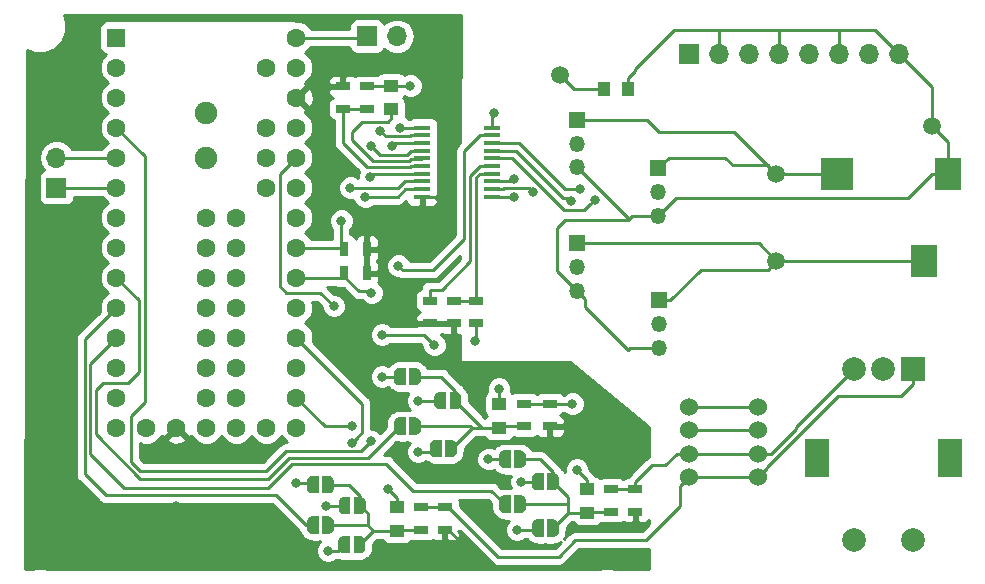
<source format=gbr>
G04 #@! TF.GenerationSoftware,KiCad,Pcbnew,5.0.2-bee76a0~70~ubuntu16.04.1*
G04 #@! TF.CreationDate,2019-04-19T17:49:43-07:00*
G04 #@! TF.ProjectId,volume_control_board,766f6c75-6d65-45f6-936f-6e74726f6c5f,rev?*
G04 #@! TF.SameCoordinates,Original*
G04 #@! TF.FileFunction,Copper,L1,Top*
G04 #@! TF.FilePolarity,Positive*
%FSLAX46Y46*%
G04 Gerber Fmt 4.6, Leading zero omitted, Abs format (unit mm)*
G04 Created by KiCad (PCBNEW 5.0.2-bee76a0~70~ubuntu16.04.1) date Fri 19 Apr 2019 05:49:43 PM PDT*
%MOMM*%
%LPD*%
G01*
G04 APERTURE LIST*
G04 #@! TA.AperFunction,ComponentPad*
%ADD10O,1.350000X1.350000*%
G04 #@! TD*
G04 #@! TA.AperFunction,ComponentPad*
%ADD11R,1.350000X1.350000*%
G04 #@! TD*
G04 #@! TA.AperFunction,ComponentPad*
%ADD12O,1.700000X1.700000*%
G04 #@! TD*
G04 #@! TA.AperFunction,ComponentPad*
%ADD13R,1.700000X1.700000*%
G04 #@! TD*
G04 #@! TA.AperFunction,SMDPad,CuDef*
%ADD14R,2.200000X2.800000*%
G04 #@! TD*
G04 #@! TA.AperFunction,SMDPad,CuDef*
%ADD15R,2.800000X2.800000*%
G04 #@! TD*
G04 #@! TA.AperFunction,SMDPad,CuDef*
%ADD16R,1.250000X1.000000*%
G04 #@! TD*
G04 #@! TA.AperFunction,SMDPad,CuDef*
%ADD17R,1.000000X1.250000*%
G04 #@! TD*
G04 #@! TA.AperFunction,SMDPad,CuDef*
%ADD18C,0.500000*%
G04 #@! TD*
G04 #@! TA.AperFunction,Conductor*
%ADD19C,0.100000*%
G04 #@! TD*
G04 #@! TA.AperFunction,SMDPad,CuDef*
%ADD20R,0.700000X1.300000*%
G04 #@! TD*
G04 #@! TA.AperFunction,SMDPad,CuDef*
%ADD21R,1.300000X0.700000*%
G04 #@! TD*
G04 #@! TA.AperFunction,ComponentPad*
%ADD22C,2.000000*%
G04 #@! TD*
G04 #@! TA.AperFunction,ComponentPad*
%ADD23R,2.000000X3.200000*%
G04 #@! TD*
G04 #@! TA.AperFunction,ComponentPad*
%ADD24R,2.000000X2.000000*%
G04 #@! TD*
G04 #@! TA.AperFunction,ComponentPad*
%ADD25C,1.900000*%
G04 #@! TD*
G04 #@! TA.AperFunction,ComponentPad*
%ADD26C,1.600000*%
G04 #@! TD*
G04 #@! TA.AperFunction,ComponentPad*
%ADD27R,1.600000X1.600000*%
G04 #@! TD*
G04 #@! TA.AperFunction,SMDPad,CuDef*
%ADD28R,1.450000X0.450000*%
G04 #@! TD*
G04 #@! TA.AperFunction,ComponentPad*
%ADD29C,1.524000*%
G04 #@! TD*
G04 #@! TA.AperFunction,ComponentPad*
%ADD30C,1.500000*%
G04 #@! TD*
G04 #@! TA.AperFunction,ViaPad*
%ADD31C,0.800000*%
G04 #@! TD*
G04 #@! TA.AperFunction,Conductor*
%ADD32C,0.250000*%
G04 #@! TD*
G04 #@! TA.AperFunction,Conductor*
%ADD33C,0.254000*%
G04 #@! TD*
G04 APERTURE END LIST*
D10*
G04 #@! TO.P,J5,3*
G04 #@! TO.N,GNDA*
X126746000Y-67500000D03*
G04 #@! TO.P,J5,2*
G04 #@! TO.N,FRONT_L_OUT*
X126746000Y-65500000D03*
D11*
G04 #@! TO.P,J5,1*
G04 #@! TO.N,LEFT_IN*
X126746000Y-63500000D03*
G04 #@! TD*
D12*
G04 #@! TO.P,J4,2*
G04 #@! TO.N,GND*
X111506000Y-56388000D03*
D13*
G04 #@! TO.P,J4,1*
G04 #@! TO.N,+5V*
X108966000Y-56388000D03*
G04 #@! TD*
D14*
G04 #@! TO.P,J2,R*
G04 #@! TO.N,RIGHT_IN*
X156159000Y-75455000D03*
G04 #@! TO.P,J2,S*
G04 #@! TO.N,GNDA*
X158159000Y-68055000D03*
D15*
G04 #@! TO.P,J2,T*
G04 #@! TO.N,LEFT_IN*
X148759000Y-68055000D03*
G04 #@! TD*
D16*
G04 #@! TO.P,C1,1*
G04 #@! TO.N,Net-(C1-Pad1)*
X110998000Y-62595000D03*
G04 #@! TO.P,C1,2*
G04 #@! TO.N,GND*
X110998000Y-60595000D03*
G04 #@! TD*
G04 #@! TO.P,C2,1*
G04 #@! TO.N,ENCODER_A*
X111506000Y-98266000D03*
G04 #@! TO.P,C2,2*
G04 #@! TO.N,GND*
X111506000Y-96266000D03*
G04 #@! TD*
G04 #@! TO.P,C3,2*
G04 #@! TO.N,GND*
X127635000Y-94742000D03*
G04 #@! TO.P,C3,1*
G04 #@! TO.N,ENCODER_B*
X127635000Y-96742000D03*
G04 #@! TD*
G04 #@! TO.P,C4,2*
G04 #@! TO.N,GND*
X120142000Y-87535000D03*
G04 #@! TO.P,C4,1*
G04 #@! TO.N,PUSH_SWITCH*
X120142000Y-89535000D03*
G04 #@! TD*
D17*
G04 #@! TO.P,C5,2*
G04 #@! TO.N,GND*
X129048000Y-60833000D03*
G04 #@! TO.P,C5,1*
G04 #@! TO.N,GNDA*
X131048000Y-60833000D03*
G04 #@! TD*
D12*
G04 #@! TO.P,J1,8*
G04 #@! TO.N,GNDA*
X154051000Y-57912000D03*
G04 #@! TO.P,J1,7*
G04 #@! TO.N,REAR_R_OUT*
X151511000Y-57912000D03*
G04 #@! TO.P,J1,6*
G04 #@! TO.N,GNDA*
X148971000Y-57912000D03*
G04 #@! TO.P,J1,5*
G04 #@! TO.N,FRONT_R_OUT*
X146431000Y-57912000D03*
G04 #@! TO.P,J1,4*
G04 #@! TO.N,GNDA*
X143891000Y-57912000D03*
G04 #@! TO.P,J1,3*
G04 #@! TO.N,REAR_L_OUT*
X141351000Y-57912000D03*
G04 #@! TO.P,J1,2*
G04 #@! TO.N,GNDA*
X138811000Y-57912000D03*
D13*
G04 #@! TO.P,J1,1*
G04 #@! TO.N,FRONT_L_OUT*
X136271000Y-57912000D03*
G04 #@! TD*
D12*
G04 #@! TO.P,J6,2*
G04 #@! TO.N,Net-(J6-Pad2)*
X82677000Y-66675000D03*
D13*
G04 #@! TO.P,J6,1*
G04 #@! TO.N,Net-(J6-Pad1)*
X82677000Y-69215000D03*
G04 #@! TD*
D18*
G04 #@! TO.P,JP1,1*
G04 #@! TO.N,PUSH_SELECT_1*
X111730000Y-85217000D03*
D19*
G04 #@! TD*
G04 #@! TO.N,PUSH_SELECT_1*
G04 #@! TO.C,JP1*
G36*
X112230000Y-85967000D02*
X111730000Y-85967000D01*
X111730000Y-85966398D01*
X111705466Y-85966398D01*
X111656635Y-85961588D01*
X111608510Y-85952016D01*
X111561555Y-85937772D01*
X111516222Y-85918995D01*
X111472949Y-85895864D01*
X111432150Y-85868604D01*
X111394221Y-85837476D01*
X111359524Y-85802779D01*
X111328396Y-85764850D01*
X111301136Y-85724051D01*
X111278005Y-85680778D01*
X111259228Y-85635445D01*
X111244984Y-85588490D01*
X111235412Y-85540365D01*
X111230602Y-85491534D01*
X111230602Y-85467000D01*
X111230000Y-85467000D01*
X111230000Y-84967000D01*
X111230602Y-84967000D01*
X111230602Y-84942466D01*
X111235412Y-84893635D01*
X111244984Y-84845510D01*
X111259228Y-84798555D01*
X111278005Y-84753222D01*
X111301136Y-84709949D01*
X111328396Y-84669150D01*
X111359524Y-84631221D01*
X111394221Y-84596524D01*
X111432150Y-84565396D01*
X111472949Y-84538136D01*
X111516222Y-84515005D01*
X111561555Y-84496228D01*
X111608510Y-84481984D01*
X111656635Y-84472412D01*
X111705466Y-84467602D01*
X111730000Y-84467602D01*
X111730000Y-84467000D01*
X112230000Y-84467000D01*
X112230000Y-85967000D01*
X112230000Y-85967000D01*
G37*
D18*
G04 #@! TO.P,JP1,2*
G04 #@! TO.N,PUSH_SWITCH*
X113030000Y-85217000D03*
D19*
G04 #@! TD*
G04 #@! TO.N,PUSH_SWITCH*
G04 #@! TO.C,JP1*
G36*
X113030000Y-84467602D02*
X113054534Y-84467602D01*
X113103365Y-84472412D01*
X113151490Y-84481984D01*
X113198445Y-84496228D01*
X113243778Y-84515005D01*
X113287051Y-84538136D01*
X113327850Y-84565396D01*
X113365779Y-84596524D01*
X113400476Y-84631221D01*
X113431604Y-84669150D01*
X113458864Y-84709949D01*
X113481995Y-84753222D01*
X113500772Y-84798555D01*
X113515016Y-84845510D01*
X113524588Y-84893635D01*
X113529398Y-84942466D01*
X113529398Y-84967000D01*
X113530000Y-84967000D01*
X113530000Y-85467000D01*
X113529398Y-85467000D01*
X113529398Y-85491534D01*
X113524588Y-85540365D01*
X113515016Y-85588490D01*
X113500772Y-85635445D01*
X113481995Y-85680778D01*
X113458864Y-85724051D01*
X113431604Y-85764850D01*
X113400476Y-85802779D01*
X113365779Y-85837476D01*
X113327850Y-85868604D01*
X113287051Y-85895864D01*
X113243778Y-85918995D01*
X113198445Y-85937772D01*
X113151490Y-85952016D01*
X113103365Y-85961588D01*
X113054534Y-85966398D01*
X113030000Y-85966398D01*
X113030000Y-85967000D01*
X112530000Y-85967000D01*
X112530000Y-84467000D01*
X113030000Y-84467000D01*
X113030000Y-84467602D01*
X113030000Y-84467602D01*
G37*
D18*
G04 #@! TO.P,JP2,1*
G04 #@! TO.N,PUSH_SELECT_2*
X115159000Y-87249000D03*
D19*
G04 #@! TD*
G04 #@! TO.N,PUSH_SELECT_2*
G04 #@! TO.C,JP2*
G36*
X115659000Y-87999000D02*
X115159000Y-87999000D01*
X115159000Y-87998398D01*
X115134466Y-87998398D01*
X115085635Y-87993588D01*
X115037510Y-87984016D01*
X114990555Y-87969772D01*
X114945222Y-87950995D01*
X114901949Y-87927864D01*
X114861150Y-87900604D01*
X114823221Y-87869476D01*
X114788524Y-87834779D01*
X114757396Y-87796850D01*
X114730136Y-87756051D01*
X114707005Y-87712778D01*
X114688228Y-87667445D01*
X114673984Y-87620490D01*
X114664412Y-87572365D01*
X114659602Y-87523534D01*
X114659602Y-87499000D01*
X114659000Y-87499000D01*
X114659000Y-86999000D01*
X114659602Y-86999000D01*
X114659602Y-86974466D01*
X114664412Y-86925635D01*
X114673984Y-86877510D01*
X114688228Y-86830555D01*
X114707005Y-86785222D01*
X114730136Y-86741949D01*
X114757396Y-86701150D01*
X114788524Y-86663221D01*
X114823221Y-86628524D01*
X114861150Y-86597396D01*
X114901949Y-86570136D01*
X114945222Y-86547005D01*
X114990555Y-86528228D01*
X115037510Y-86513984D01*
X115085635Y-86504412D01*
X115134466Y-86499602D01*
X115159000Y-86499602D01*
X115159000Y-86499000D01*
X115659000Y-86499000D01*
X115659000Y-87999000D01*
X115659000Y-87999000D01*
G37*
D18*
G04 #@! TO.P,JP2,2*
G04 #@! TO.N,PUSH_SWITCH*
X116459000Y-87249000D03*
D19*
G04 #@! TD*
G04 #@! TO.N,PUSH_SWITCH*
G04 #@! TO.C,JP2*
G36*
X116459000Y-86499602D02*
X116483534Y-86499602D01*
X116532365Y-86504412D01*
X116580490Y-86513984D01*
X116627445Y-86528228D01*
X116672778Y-86547005D01*
X116716051Y-86570136D01*
X116756850Y-86597396D01*
X116794779Y-86628524D01*
X116829476Y-86663221D01*
X116860604Y-86701150D01*
X116887864Y-86741949D01*
X116910995Y-86785222D01*
X116929772Y-86830555D01*
X116944016Y-86877510D01*
X116953588Y-86925635D01*
X116958398Y-86974466D01*
X116958398Y-86999000D01*
X116959000Y-86999000D01*
X116959000Y-87499000D01*
X116958398Y-87499000D01*
X116958398Y-87523534D01*
X116953588Y-87572365D01*
X116944016Y-87620490D01*
X116929772Y-87667445D01*
X116910995Y-87712778D01*
X116887864Y-87756051D01*
X116860604Y-87796850D01*
X116829476Y-87834779D01*
X116794779Y-87869476D01*
X116756850Y-87900604D01*
X116716051Y-87927864D01*
X116672778Y-87950995D01*
X116627445Y-87969772D01*
X116580490Y-87984016D01*
X116532365Y-87993588D01*
X116483534Y-87998398D01*
X116459000Y-87998398D01*
X116459000Y-87999000D01*
X115959000Y-87999000D01*
X115959000Y-86499000D01*
X116459000Y-86499000D01*
X116459000Y-86499602D01*
X116459000Y-86499602D01*
G37*
D18*
G04 #@! TO.P,JP3,2*
G04 #@! TO.N,PUSH_SWITCH*
X113030000Y-89408000D03*
D19*
G04 #@! TD*
G04 #@! TO.N,PUSH_SWITCH*
G04 #@! TO.C,JP3*
G36*
X113030000Y-88658602D02*
X113054534Y-88658602D01*
X113103365Y-88663412D01*
X113151490Y-88672984D01*
X113198445Y-88687228D01*
X113243778Y-88706005D01*
X113287051Y-88729136D01*
X113327850Y-88756396D01*
X113365779Y-88787524D01*
X113400476Y-88822221D01*
X113431604Y-88860150D01*
X113458864Y-88900949D01*
X113481995Y-88944222D01*
X113500772Y-88989555D01*
X113515016Y-89036510D01*
X113524588Y-89084635D01*
X113529398Y-89133466D01*
X113529398Y-89158000D01*
X113530000Y-89158000D01*
X113530000Y-89658000D01*
X113529398Y-89658000D01*
X113529398Y-89682534D01*
X113524588Y-89731365D01*
X113515016Y-89779490D01*
X113500772Y-89826445D01*
X113481995Y-89871778D01*
X113458864Y-89915051D01*
X113431604Y-89955850D01*
X113400476Y-89993779D01*
X113365779Y-90028476D01*
X113327850Y-90059604D01*
X113287051Y-90086864D01*
X113243778Y-90109995D01*
X113198445Y-90128772D01*
X113151490Y-90143016D01*
X113103365Y-90152588D01*
X113054534Y-90157398D01*
X113030000Y-90157398D01*
X113030000Y-90158000D01*
X112530000Y-90158000D01*
X112530000Y-88658000D01*
X113030000Y-88658000D01*
X113030000Y-88658602D01*
X113030000Y-88658602D01*
G37*
D18*
G04 #@! TO.P,JP3,1*
G04 #@! TO.N,PUSH_SELECT_3*
X111730000Y-89408000D03*
D19*
G04 #@! TD*
G04 #@! TO.N,PUSH_SELECT_3*
G04 #@! TO.C,JP3*
G36*
X112230000Y-90158000D02*
X111730000Y-90158000D01*
X111730000Y-90157398D01*
X111705466Y-90157398D01*
X111656635Y-90152588D01*
X111608510Y-90143016D01*
X111561555Y-90128772D01*
X111516222Y-90109995D01*
X111472949Y-90086864D01*
X111432150Y-90059604D01*
X111394221Y-90028476D01*
X111359524Y-89993779D01*
X111328396Y-89955850D01*
X111301136Y-89915051D01*
X111278005Y-89871778D01*
X111259228Y-89826445D01*
X111244984Y-89779490D01*
X111235412Y-89731365D01*
X111230602Y-89682534D01*
X111230602Y-89658000D01*
X111230000Y-89658000D01*
X111230000Y-89158000D01*
X111230602Y-89158000D01*
X111230602Y-89133466D01*
X111235412Y-89084635D01*
X111244984Y-89036510D01*
X111259228Y-88989555D01*
X111278005Y-88944222D01*
X111301136Y-88900949D01*
X111328396Y-88860150D01*
X111359524Y-88822221D01*
X111394221Y-88787524D01*
X111432150Y-88756396D01*
X111472949Y-88729136D01*
X111516222Y-88706005D01*
X111561555Y-88687228D01*
X111608510Y-88672984D01*
X111656635Y-88663412D01*
X111705466Y-88658602D01*
X111730000Y-88658602D01*
X111730000Y-88658000D01*
X112230000Y-88658000D01*
X112230000Y-90158000D01*
X112230000Y-90158000D01*
G37*
D18*
G04 #@! TO.P,JP4,1*
G04 #@! TO.N,PUSH_SELECT_4*
X114778000Y-91313000D03*
D19*
G04 #@! TD*
G04 #@! TO.N,PUSH_SELECT_4*
G04 #@! TO.C,JP4*
G36*
X115278000Y-92063000D02*
X114778000Y-92063000D01*
X114778000Y-92062398D01*
X114753466Y-92062398D01*
X114704635Y-92057588D01*
X114656510Y-92048016D01*
X114609555Y-92033772D01*
X114564222Y-92014995D01*
X114520949Y-91991864D01*
X114480150Y-91964604D01*
X114442221Y-91933476D01*
X114407524Y-91898779D01*
X114376396Y-91860850D01*
X114349136Y-91820051D01*
X114326005Y-91776778D01*
X114307228Y-91731445D01*
X114292984Y-91684490D01*
X114283412Y-91636365D01*
X114278602Y-91587534D01*
X114278602Y-91563000D01*
X114278000Y-91563000D01*
X114278000Y-91063000D01*
X114278602Y-91063000D01*
X114278602Y-91038466D01*
X114283412Y-90989635D01*
X114292984Y-90941510D01*
X114307228Y-90894555D01*
X114326005Y-90849222D01*
X114349136Y-90805949D01*
X114376396Y-90765150D01*
X114407524Y-90727221D01*
X114442221Y-90692524D01*
X114480150Y-90661396D01*
X114520949Y-90634136D01*
X114564222Y-90611005D01*
X114609555Y-90592228D01*
X114656510Y-90577984D01*
X114704635Y-90568412D01*
X114753466Y-90563602D01*
X114778000Y-90563602D01*
X114778000Y-90563000D01*
X115278000Y-90563000D01*
X115278000Y-92063000D01*
X115278000Y-92063000D01*
G37*
D18*
G04 #@! TO.P,JP4,2*
G04 #@! TO.N,PUSH_SWITCH*
X116078000Y-91313000D03*
D19*
G04 #@! TD*
G04 #@! TO.N,PUSH_SWITCH*
G04 #@! TO.C,JP4*
G36*
X116078000Y-90563602D02*
X116102534Y-90563602D01*
X116151365Y-90568412D01*
X116199490Y-90577984D01*
X116246445Y-90592228D01*
X116291778Y-90611005D01*
X116335051Y-90634136D01*
X116375850Y-90661396D01*
X116413779Y-90692524D01*
X116448476Y-90727221D01*
X116479604Y-90765150D01*
X116506864Y-90805949D01*
X116529995Y-90849222D01*
X116548772Y-90894555D01*
X116563016Y-90941510D01*
X116572588Y-90989635D01*
X116577398Y-91038466D01*
X116577398Y-91063000D01*
X116578000Y-91063000D01*
X116578000Y-91563000D01*
X116577398Y-91563000D01*
X116577398Y-91587534D01*
X116572588Y-91636365D01*
X116563016Y-91684490D01*
X116548772Y-91731445D01*
X116529995Y-91776778D01*
X116506864Y-91820051D01*
X116479604Y-91860850D01*
X116448476Y-91898779D01*
X116413779Y-91933476D01*
X116375850Y-91964604D01*
X116335051Y-91991864D01*
X116291778Y-92014995D01*
X116246445Y-92033772D01*
X116199490Y-92048016D01*
X116151365Y-92057588D01*
X116102534Y-92062398D01*
X116078000Y-92062398D01*
X116078000Y-92063000D01*
X115578000Y-92063000D01*
X115578000Y-90563000D01*
X116078000Y-90563000D01*
X116078000Y-90563602D01*
X116078000Y-90563602D01*
G37*
D18*
G04 #@! TO.P,JP5,2*
G04 #@! TO.N,ENCODER_A*
X105679000Y-94361000D03*
D19*
G04 #@! TD*
G04 #@! TO.N,ENCODER_A*
G04 #@! TO.C,JP5*
G36*
X105679000Y-93611602D02*
X105703534Y-93611602D01*
X105752365Y-93616412D01*
X105800490Y-93625984D01*
X105847445Y-93640228D01*
X105892778Y-93659005D01*
X105936051Y-93682136D01*
X105976850Y-93709396D01*
X106014779Y-93740524D01*
X106049476Y-93775221D01*
X106080604Y-93813150D01*
X106107864Y-93853949D01*
X106130995Y-93897222D01*
X106149772Y-93942555D01*
X106164016Y-93989510D01*
X106173588Y-94037635D01*
X106178398Y-94086466D01*
X106178398Y-94111000D01*
X106179000Y-94111000D01*
X106179000Y-94611000D01*
X106178398Y-94611000D01*
X106178398Y-94635534D01*
X106173588Y-94684365D01*
X106164016Y-94732490D01*
X106149772Y-94779445D01*
X106130995Y-94824778D01*
X106107864Y-94868051D01*
X106080604Y-94908850D01*
X106049476Y-94946779D01*
X106014779Y-94981476D01*
X105976850Y-95012604D01*
X105936051Y-95039864D01*
X105892778Y-95062995D01*
X105847445Y-95081772D01*
X105800490Y-95096016D01*
X105752365Y-95105588D01*
X105703534Y-95110398D01*
X105679000Y-95110398D01*
X105679000Y-95111000D01*
X105179000Y-95111000D01*
X105179000Y-93611000D01*
X105679000Y-93611000D01*
X105679000Y-93611602D01*
X105679000Y-93611602D01*
G37*
D18*
G04 #@! TO.P,JP5,1*
G04 #@! TO.N,ENCODER_A_1*
X104379000Y-94361000D03*
D19*
G04 #@! TD*
G04 #@! TO.N,ENCODER_A_1*
G04 #@! TO.C,JP5*
G36*
X104879000Y-95111000D02*
X104379000Y-95111000D01*
X104379000Y-95110398D01*
X104354466Y-95110398D01*
X104305635Y-95105588D01*
X104257510Y-95096016D01*
X104210555Y-95081772D01*
X104165222Y-95062995D01*
X104121949Y-95039864D01*
X104081150Y-95012604D01*
X104043221Y-94981476D01*
X104008524Y-94946779D01*
X103977396Y-94908850D01*
X103950136Y-94868051D01*
X103927005Y-94824778D01*
X103908228Y-94779445D01*
X103893984Y-94732490D01*
X103884412Y-94684365D01*
X103879602Y-94635534D01*
X103879602Y-94611000D01*
X103879000Y-94611000D01*
X103879000Y-94111000D01*
X103879602Y-94111000D01*
X103879602Y-94086466D01*
X103884412Y-94037635D01*
X103893984Y-93989510D01*
X103908228Y-93942555D01*
X103927005Y-93897222D01*
X103950136Y-93853949D01*
X103977396Y-93813150D01*
X104008524Y-93775221D01*
X104043221Y-93740524D01*
X104081150Y-93709396D01*
X104121949Y-93682136D01*
X104165222Y-93659005D01*
X104210555Y-93640228D01*
X104257510Y-93625984D01*
X104305635Y-93616412D01*
X104354466Y-93611602D01*
X104379000Y-93611602D01*
X104379000Y-93611000D01*
X104879000Y-93611000D01*
X104879000Y-95111000D01*
X104879000Y-95111000D01*
G37*
D18*
G04 #@! TO.P,JP6,1*
G04 #@! TO.N,ENCODER_A_2*
X107061000Y-96139000D03*
D19*
G04 #@! TD*
G04 #@! TO.N,ENCODER_A_2*
G04 #@! TO.C,JP6*
G36*
X107561000Y-96889000D02*
X107061000Y-96889000D01*
X107061000Y-96888398D01*
X107036466Y-96888398D01*
X106987635Y-96883588D01*
X106939510Y-96874016D01*
X106892555Y-96859772D01*
X106847222Y-96840995D01*
X106803949Y-96817864D01*
X106763150Y-96790604D01*
X106725221Y-96759476D01*
X106690524Y-96724779D01*
X106659396Y-96686850D01*
X106632136Y-96646051D01*
X106609005Y-96602778D01*
X106590228Y-96557445D01*
X106575984Y-96510490D01*
X106566412Y-96462365D01*
X106561602Y-96413534D01*
X106561602Y-96389000D01*
X106561000Y-96389000D01*
X106561000Y-95889000D01*
X106561602Y-95889000D01*
X106561602Y-95864466D01*
X106566412Y-95815635D01*
X106575984Y-95767510D01*
X106590228Y-95720555D01*
X106609005Y-95675222D01*
X106632136Y-95631949D01*
X106659396Y-95591150D01*
X106690524Y-95553221D01*
X106725221Y-95518524D01*
X106763150Y-95487396D01*
X106803949Y-95460136D01*
X106847222Y-95437005D01*
X106892555Y-95418228D01*
X106939510Y-95403984D01*
X106987635Y-95394412D01*
X107036466Y-95389602D01*
X107061000Y-95389602D01*
X107061000Y-95389000D01*
X107561000Y-95389000D01*
X107561000Y-96889000D01*
X107561000Y-96889000D01*
G37*
D18*
G04 #@! TO.P,JP6,2*
G04 #@! TO.N,ENCODER_A*
X108361000Y-96139000D03*
D19*
G04 #@! TD*
G04 #@! TO.N,ENCODER_A*
G04 #@! TO.C,JP6*
G36*
X108361000Y-95389602D02*
X108385534Y-95389602D01*
X108434365Y-95394412D01*
X108482490Y-95403984D01*
X108529445Y-95418228D01*
X108574778Y-95437005D01*
X108618051Y-95460136D01*
X108658850Y-95487396D01*
X108696779Y-95518524D01*
X108731476Y-95553221D01*
X108762604Y-95591150D01*
X108789864Y-95631949D01*
X108812995Y-95675222D01*
X108831772Y-95720555D01*
X108846016Y-95767510D01*
X108855588Y-95815635D01*
X108860398Y-95864466D01*
X108860398Y-95889000D01*
X108861000Y-95889000D01*
X108861000Y-96389000D01*
X108860398Y-96389000D01*
X108860398Y-96413534D01*
X108855588Y-96462365D01*
X108846016Y-96510490D01*
X108831772Y-96557445D01*
X108812995Y-96602778D01*
X108789864Y-96646051D01*
X108762604Y-96686850D01*
X108731476Y-96724779D01*
X108696779Y-96759476D01*
X108658850Y-96790604D01*
X108618051Y-96817864D01*
X108574778Y-96840995D01*
X108529445Y-96859772D01*
X108482490Y-96874016D01*
X108434365Y-96883588D01*
X108385534Y-96888398D01*
X108361000Y-96888398D01*
X108361000Y-96889000D01*
X107861000Y-96889000D01*
X107861000Y-95389000D01*
X108361000Y-95389000D01*
X108361000Y-95389602D01*
X108361000Y-95389602D01*
G37*
D18*
G04 #@! TO.P,JP7,2*
G04 #@! TO.N,ENCODER_A*
X105664000Y-97790000D03*
D19*
G04 #@! TD*
G04 #@! TO.N,ENCODER_A*
G04 #@! TO.C,JP7*
G36*
X105664000Y-97040602D02*
X105688534Y-97040602D01*
X105737365Y-97045412D01*
X105785490Y-97054984D01*
X105832445Y-97069228D01*
X105877778Y-97088005D01*
X105921051Y-97111136D01*
X105961850Y-97138396D01*
X105999779Y-97169524D01*
X106034476Y-97204221D01*
X106065604Y-97242150D01*
X106092864Y-97282949D01*
X106115995Y-97326222D01*
X106134772Y-97371555D01*
X106149016Y-97418510D01*
X106158588Y-97466635D01*
X106163398Y-97515466D01*
X106163398Y-97540000D01*
X106164000Y-97540000D01*
X106164000Y-98040000D01*
X106163398Y-98040000D01*
X106163398Y-98064534D01*
X106158588Y-98113365D01*
X106149016Y-98161490D01*
X106134772Y-98208445D01*
X106115995Y-98253778D01*
X106092864Y-98297051D01*
X106065604Y-98337850D01*
X106034476Y-98375779D01*
X105999779Y-98410476D01*
X105961850Y-98441604D01*
X105921051Y-98468864D01*
X105877778Y-98491995D01*
X105832445Y-98510772D01*
X105785490Y-98525016D01*
X105737365Y-98534588D01*
X105688534Y-98539398D01*
X105664000Y-98539398D01*
X105664000Y-98540000D01*
X105164000Y-98540000D01*
X105164000Y-97040000D01*
X105664000Y-97040000D01*
X105664000Y-97040602D01*
X105664000Y-97040602D01*
G37*
D18*
G04 #@! TO.P,JP7,1*
G04 #@! TO.N,ENCODER_A_3*
X104364000Y-97790000D03*
D19*
G04 #@! TD*
G04 #@! TO.N,ENCODER_A_3*
G04 #@! TO.C,JP7*
G36*
X104864000Y-98540000D02*
X104364000Y-98540000D01*
X104364000Y-98539398D01*
X104339466Y-98539398D01*
X104290635Y-98534588D01*
X104242510Y-98525016D01*
X104195555Y-98510772D01*
X104150222Y-98491995D01*
X104106949Y-98468864D01*
X104066150Y-98441604D01*
X104028221Y-98410476D01*
X103993524Y-98375779D01*
X103962396Y-98337850D01*
X103935136Y-98297051D01*
X103912005Y-98253778D01*
X103893228Y-98208445D01*
X103878984Y-98161490D01*
X103869412Y-98113365D01*
X103864602Y-98064534D01*
X103864602Y-98040000D01*
X103864000Y-98040000D01*
X103864000Y-97540000D01*
X103864602Y-97540000D01*
X103864602Y-97515466D01*
X103869412Y-97466635D01*
X103878984Y-97418510D01*
X103893228Y-97371555D01*
X103912005Y-97326222D01*
X103935136Y-97282949D01*
X103962396Y-97242150D01*
X103993524Y-97204221D01*
X104028221Y-97169524D01*
X104066150Y-97138396D01*
X104106949Y-97111136D01*
X104150222Y-97088005D01*
X104195555Y-97069228D01*
X104242510Y-97054984D01*
X104290635Y-97045412D01*
X104339466Y-97040602D01*
X104364000Y-97040602D01*
X104364000Y-97040000D01*
X104864000Y-97040000D01*
X104864000Y-98540000D01*
X104864000Y-98540000D01*
G37*
D18*
G04 #@! TO.P,JP8,1*
G04 #@! TO.N,ENCODER_A_4*
X107031000Y-99441000D03*
D19*
G04 #@! TD*
G04 #@! TO.N,ENCODER_A_4*
G04 #@! TO.C,JP8*
G36*
X107531000Y-100191000D02*
X107031000Y-100191000D01*
X107031000Y-100190398D01*
X107006466Y-100190398D01*
X106957635Y-100185588D01*
X106909510Y-100176016D01*
X106862555Y-100161772D01*
X106817222Y-100142995D01*
X106773949Y-100119864D01*
X106733150Y-100092604D01*
X106695221Y-100061476D01*
X106660524Y-100026779D01*
X106629396Y-99988850D01*
X106602136Y-99948051D01*
X106579005Y-99904778D01*
X106560228Y-99859445D01*
X106545984Y-99812490D01*
X106536412Y-99764365D01*
X106531602Y-99715534D01*
X106531602Y-99691000D01*
X106531000Y-99691000D01*
X106531000Y-99191000D01*
X106531602Y-99191000D01*
X106531602Y-99166466D01*
X106536412Y-99117635D01*
X106545984Y-99069510D01*
X106560228Y-99022555D01*
X106579005Y-98977222D01*
X106602136Y-98933949D01*
X106629396Y-98893150D01*
X106660524Y-98855221D01*
X106695221Y-98820524D01*
X106733150Y-98789396D01*
X106773949Y-98762136D01*
X106817222Y-98739005D01*
X106862555Y-98720228D01*
X106909510Y-98705984D01*
X106957635Y-98696412D01*
X107006466Y-98691602D01*
X107031000Y-98691602D01*
X107031000Y-98691000D01*
X107531000Y-98691000D01*
X107531000Y-100191000D01*
X107531000Y-100191000D01*
G37*
D18*
G04 #@! TO.P,JP8,2*
G04 #@! TO.N,ENCODER_A*
X108331000Y-99441000D03*
D19*
G04 #@! TD*
G04 #@! TO.N,ENCODER_A*
G04 #@! TO.C,JP8*
G36*
X108331000Y-98691602D02*
X108355534Y-98691602D01*
X108404365Y-98696412D01*
X108452490Y-98705984D01*
X108499445Y-98720228D01*
X108544778Y-98739005D01*
X108588051Y-98762136D01*
X108628850Y-98789396D01*
X108666779Y-98820524D01*
X108701476Y-98855221D01*
X108732604Y-98893150D01*
X108759864Y-98933949D01*
X108782995Y-98977222D01*
X108801772Y-99022555D01*
X108816016Y-99069510D01*
X108825588Y-99117635D01*
X108830398Y-99166466D01*
X108830398Y-99191000D01*
X108831000Y-99191000D01*
X108831000Y-99691000D01*
X108830398Y-99691000D01*
X108830398Y-99715534D01*
X108825588Y-99764365D01*
X108816016Y-99812490D01*
X108801772Y-99859445D01*
X108782995Y-99904778D01*
X108759864Y-99948051D01*
X108732604Y-99988850D01*
X108701476Y-100026779D01*
X108666779Y-100061476D01*
X108628850Y-100092604D01*
X108588051Y-100119864D01*
X108544778Y-100142995D01*
X108499445Y-100161772D01*
X108452490Y-100176016D01*
X108404365Y-100185588D01*
X108355534Y-100190398D01*
X108331000Y-100190398D01*
X108331000Y-100191000D01*
X107831000Y-100191000D01*
X107831000Y-98691000D01*
X108331000Y-98691000D01*
X108331000Y-98691602D01*
X108331000Y-98691602D01*
G37*
D18*
G04 #@! TO.P,JP9,2*
G04 #@! TO.N,ENCODER_B*
X121920000Y-92202000D03*
D19*
G04 #@! TD*
G04 #@! TO.N,ENCODER_B*
G04 #@! TO.C,JP9*
G36*
X121920000Y-91452602D02*
X121944534Y-91452602D01*
X121993365Y-91457412D01*
X122041490Y-91466984D01*
X122088445Y-91481228D01*
X122133778Y-91500005D01*
X122177051Y-91523136D01*
X122217850Y-91550396D01*
X122255779Y-91581524D01*
X122290476Y-91616221D01*
X122321604Y-91654150D01*
X122348864Y-91694949D01*
X122371995Y-91738222D01*
X122390772Y-91783555D01*
X122405016Y-91830510D01*
X122414588Y-91878635D01*
X122419398Y-91927466D01*
X122419398Y-91952000D01*
X122420000Y-91952000D01*
X122420000Y-92452000D01*
X122419398Y-92452000D01*
X122419398Y-92476534D01*
X122414588Y-92525365D01*
X122405016Y-92573490D01*
X122390772Y-92620445D01*
X122371995Y-92665778D01*
X122348864Y-92709051D01*
X122321604Y-92749850D01*
X122290476Y-92787779D01*
X122255779Y-92822476D01*
X122217850Y-92853604D01*
X122177051Y-92880864D01*
X122133778Y-92903995D01*
X122088445Y-92922772D01*
X122041490Y-92937016D01*
X121993365Y-92946588D01*
X121944534Y-92951398D01*
X121920000Y-92951398D01*
X121920000Y-92952000D01*
X121420000Y-92952000D01*
X121420000Y-91452000D01*
X121920000Y-91452000D01*
X121920000Y-91452602D01*
X121920000Y-91452602D01*
G37*
D18*
G04 #@! TO.P,JP9,1*
G04 #@! TO.N,ENCODER_B_1*
X120620000Y-92202000D03*
D19*
G04 #@! TD*
G04 #@! TO.N,ENCODER_B_1*
G04 #@! TO.C,JP9*
G36*
X121120000Y-92952000D02*
X120620000Y-92952000D01*
X120620000Y-92951398D01*
X120595466Y-92951398D01*
X120546635Y-92946588D01*
X120498510Y-92937016D01*
X120451555Y-92922772D01*
X120406222Y-92903995D01*
X120362949Y-92880864D01*
X120322150Y-92853604D01*
X120284221Y-92822476D01*
X120249524Y-92787779D01*
X120218396Y-92749850D01*
X120191136Y-92709051D01*
X120168005Y-92665778D01*
X120149228Y-92620445D01*
X120134984Y-92573490D01*
X120125412Y-92525365D01*
X120120602Y-92476534D01*
X120120602Y-92452000D01*
X120120000Y-92452000D01*
X120120000Y-91952000D01*
X120120602Y-91952000D01*
X120120602Y-91927466D01*
X120125412Y-91878635D01*
X120134984Y-91830510D01*
X120149228Y-91783555D01*
X120168005Y-91738222D01*
X120191136Y-91694949D01*
X120218396Y-91654150D01*
X120249524Y-91616221D01*
X120284221Y-91581524D01*
X120322150Y-91550396D01*
X120362949Y-91523136D01*
X120406222Y-91500005D01*
X120451555Y-91481228D01*
X120498510Y-91466984D01*
X120546635Y-91457412D01*
X120595466Y-91452602D01*
X120620000Y-91452602D01*
X120620000Y-91452000D01*
X121120000Y-91452000D01*
X121120000Y-92952000D01*
X121120000Y-92952000D01*
G37*
D18*
G04 #@! TO.P,JP10,2*
G04 #@! TO.N,ENCODER_B*
X124714000Y-94107000D03*
D19*
G04 #@! TD*
G04 #@! TO.N,ENCODER_B*
G04 #@! TO.C,JP10*
G36*
X124714000Y-93357602D02*
X124738534Y-93357602D01*
X124787365Y-93362412D01*
X124835490Y-93371984D01*
X124882445Y-93386228D01*
X124927778Y-93405005D01*
X124971051Y-93428136D01*
X125011850Y-93455396D01*
X125049779Y-93486524D01*
X125084476Y-93521221D01*
X125115604Y-93559150D01*
X125142864Y-93599949D01*
X125165995Y-93643222D01*
X125184772Y-93688555D01*
X125199016Y-93735510D01*
X125208588Y-93783635D01*
X125213398Y-93832466D01*
X125213398Y-93857000D01*
X125214000Y-93857000D01*
X125214000Y-94357000D01*
X125213398Y-94357000D01*
X125213398Y-94381534D01*
X125208588Y-94430365D01*
X125199016Y-94478490D01*
X125184772Y-94525445D01*
X125165995Y-94570778D01*
X125142864Y-94614051D01*
X125115604Y-94654850D01*
X125084476Y-94692779D01*
X125049779Y-94727476D01*
X125011850Y-94758604D01*
X124971051Y-94785864D01*
X124927778Y-94808995D01*
X124882445Y-94827772D01*
X124835490Y-94842016D01*
X124787365Y-94851588D01*
X124738534Y-94856398D01*
X124714000Y-94856398D01*
X124714000Y-94857000D01*
X124214000Y-94857000D01*
X124214000Y-93357000D01*
X124714000Y-93357000D01*
X124714000Y-93357602D01*
X124714000Y-93357602D01*
G37*
D18*
G04 #@! TO.P,JP10,1*
G04 #@! TO.N,ENCODER_B_2*
X123414000Y-94107000D03*
D19*
G04 #@! TD*
G04 #@! TO.N,ENCODER_B_2*
G04 #@! TO.C,JP10*
G36*
X123914000Y-94857000D02*
X123414000Y-94857000D01*
X123414000Y-94856398D01*
X123389466Y-94856398D01*
X123340635Y-94851588D01*
X123292510Y-94842016D01*
X123245555Y-94827772D01*
X123200222Y-94808995D01*
X123156949Y-94785864D01*
X123116150Y-94758604D01*
X123078221Y-94727476D01*
X123043524Y-94692779D01*
X123012396Y-94654850D01*
X122985136Y-94614051D01*
X122962005Y-94570778D01*
X122943228Y-94525445D01*
X122928984Y-94478490D01*
X122919412Y-94430365D01*
X122914602Y-94381534D01*
X122914602Y-94357000D01*
X122914000Y-94357000D01*
X122914000Y-93857000D01*
X122914602Y-93857000D01*
X122914602Y-93832466D01*
X122919412Y-93783635D01*
X122928984Y-93735510D01*
X122943228Y-93688555D01*
X122962005Y-93643222D01*
X122985136Y-93599949D01*
X123012396Y-93559150D01*
X123043524Y-93521221D01*
X123078221Y-93486524D01*
X123116150Y-93455396D01*
X123156949Y-93428136D01*
X123200222Y-93405005D01*
X123245555Y-93386228D01*
X123292510Y-93371984D01*
X123340635Y-93362412D01*
X123389466Y-93357602D01*
X123414000Y-93357602D01*
X123414000Y-93357000D01*
X123914000Y-93357000D01*
X123914000Y-94857000D01*
X123914000Y-94857000D01*
G37*
D18*
G04 #@! TO.P,JP11,2*
G04 #@! TO.N,ENCODER_B*
X121935000Y-96012000D03*
D19*
G04 #@! TD*
G04 #@! TO.N,ENCODER_B*
G04 #@! TO.C,JP11*
G36*
X121935000Y-95262602D02*
X121959534Y-95262602D01*
X122008365Y-95267412D01*
X122056490Y-95276984D01*
X122103445Y-95291228D01*
X122148778Y-95310005D01*
X122192051Y-95333136D01*
X122232850Y-95360396D01*
X122270779Y-95391524D01*
X122305476Y-95426221D01*
X122336604Y-95464150D01*
X122363864Y-95504949D01*
X122386995Y-95548222D01*
X122405772Y-95593555D01*
X122420016Y-95640510D01*
X122429588Y-95688635D01*
X122434398Y-95737466D01*
X122434398Y-95762000D01*
X122435000Y-95762000D01*
X122435000Y-96262000D01*
X122434398Y-96262000D01*
X122434398Y-96286534D01*
X122429588Y-96335365D01*
X122420016Y-96383490D01*
X122405772Y-96430445D01*
X122386995Y-96475778D01*
X122363864Y-96519051D01*
X122336604Y-96559850D01*
X122305476Y-96597779D01*
X122270779Y-96632476D01*
X122232850Y-96663604D01*
X122192051Y-96690864D01*
X122148778Y-96713995D01*
X122103445Y-96732772D01*
X122056490Y-96747016D01*
X122008365Y-96756588D01*
X121959534Y-96761398D01*
X121935000Y-96761398D01*
X121935000Y-96762000D01*
X121435000Y-96762000D01*
X121435000Y-95262000D01*
X121935000Y-95262000D01*
X121935000Y-95262602D01*
X121935000Y-95262602D01*
G37*
D18*
G04 #@! TO.P,JP11,1*
G04 #@! TO.N,ENCODER_B_3*
X120635000Y-96012000D03*
D19*
G04 #@! TD*
G04 #@! TO.N,ENCODER_B_3*
G04 #@! TO.C,JP11*
G36*
X121135000Y-96762000D02*
X120635000Y-96762000D01*
X120635000Y-96761398D01*
X120610466Y-96761398D01*
X120561635Y-96756588D01*
X120513510Y-96747016D01*
X120466555Y-96732772D01*
X120421222Y-96713995D01*
X120377949Y-96690864D01*
X120337150Y-96663604D01*
X120299221Y-96632476D01*
X120264524Y-96597779D01*
X120233396Y-96559850D01*
X120206136Y-96519051D01*
X120183005Y-96475778D01*
X120164228Y-96430445D01*
X120149984Y-96383490D01*
X120140412Y-96335365D01*
X120135602Y-96286534D01*
X120135602Y-96262000D01*
X120135000Y-96262000D01*
X120135000Y-95762000D01*
X120135602Y-95762000D01*
X120135602Y-95737466D01*
X120140412Y-95688635D01*
X120149984Y-95640510D01*
X120164228Y-95593555D01*
X120183005Y-95548222D01*
X120206136Y-95504949D01*
X120233396Y-95464150D01*
X120264524Y-95426221D01*
X120299221Y-95391524D01*
X120337150Y-95360396D01*
X120377949Y-95333136D01*
X120421222Y-95310005D01*
X120466555Y-95291228D01*
X120513510Y-95276984D01*
X120561635Y-95267412D01*
X120610466Y-95262602D01*
X120635000Y-95262602D01*
X120635000Y-95262000D01*
X121135000Y-95262000D01*
X121135000Y-96762000D01*
X121135000Y-96762000D01*
G37*
D18*
G04 #@! TO.P,JP12,1*
G04 #@! TO.N,ENCODER_B_4*
X123414000Y-98044000D03*
D19*
G04 #@! TD*
G04 #@! TO.N,ENCODER_B_4*
G04 #@! TO.C,JP12*
G36*
X123914000Y-98794000D02*
X123414000Y-98794000D01*
X123414000Y-98793398D01*
X123389466Y-98793398D01*
X123340635Y-98788588D01*
X123292510Y-98779016D01*
X123245555Y-98764772D01*
X123200222Y-98745995D01*
X123156949Y-98722864D01*
X123116150Y-98695604D01*
X123078221Y-98664476D01*
X123043524Y-98629779D01*
X123012396Y-98591850D01*
X122985136Y-98551051D01*
X122962005Y-98507778D01*
X122943228Y-98462445D01*
X122928984Y-98415490D01*
X122919412Y-98367365D01*
X122914602Y-98318534D01*
X122914602Y-98294000D01*
X122914000Y-98294000D01*
X122914000Y-97794000D01*
X122914602Y-97794000D01*
X122914602Y-97769466D01*
X122919412Y-97720635D01*
X122928984Y-97672510D01*
X122943228Y-97625555D01*
X122962005Y-97580222D01*
X122985136Y-97536949D01*
X123012396Y-97496150D01*
X123043524Y-97458221D01*
X123078221Y-97423524D01*
X123116150Y-97392396D01*
X123156949Y-97365136D01*
X123200222Y-97342005D01*
X123245555Y-97323228D01*
X123292510Y-97308984D01*
X123340635Y-97299412D01*
X123389466Y-97294602D01*
X123414000Y-97294602D01*
X123414000Y-97294000D01*
X123914000Y-97294000D01*
X123914000Y-98794000D01*
X123914000Y-98794000D01*
G37*
D18*
G04 #@! TO.P,JP12,2*
G04 #@! TO.N,ENCODER_B*
X124714000Y-98044000D03*
D19*
G04 #@! TD*
G04 #@! TO.N,ENCODER_B*
G04 #@! TO.C,JP12*
G36*
X124714000Y-97294602D02*
X124738534Y-97294602D01*
X124787365Y-97299412D01*
X124835490Y-97308984D01*
X124882445Y-97323228D01*
X124927778Y-97342005D01*
X124971051Y-97365136D01*
X125011850Y-97392396D01*
X125049779Y-97423524D01*
X125084476Y-97458221D01*
X125115604Y-97496150D01*
X125142864Y-97536949D01*
X125165995Y-97580222D01*
X125184772Y-97625555D01*
X125199016Y-97672510D01*
X125208588Y-97720635D01*
X125213398Y-97769466D01*
X125213398Y-97794000D01*
X125214000Y-97794000D01*
X125214000Y-98294000D01*
X125213398Y-98294000D01*
X125213398Y-98318534D01*
X125208588Y-98367365D01*
X125199016Y-98415490D01*
X125184772Y-98462445D01*
X125165995Y-98507778D01*
X125142864Y-98551051D01*
X125115604Y-98591850D01*
X125084476Y-98629779D01*
X125049779Y-98664476D01*
X125011850Y-98695604D01*
X124971051Y-98722864D01*
X124927778Y-98745995D01*
X124882445Y-98764772D01*
X124835490Y-98779016D01*
X124787365Y-98788588D01*
X124738534Y-98793398D01*
X124714000Y-98793398D01*
X124714000Y-98794000D01*
X124214000Y-98794000D01*
X124214000Y-97294000D01*
X124714000Y-97294000D01*
X124714000Y-97294602D01*
X124714000Y-97294602D01*
G37*
D20*
G04 #@! TO.P,R1,2*
G04 #@! TO.N,SDA*
X107061000Y-76454000D03*
G04 #@! TO.P,R1,1*
G04 #@! TO.N,+3V3*
X108961000Y-76454000D03*
G04 #@! TD*
G04 #@! TO.P,R2,1*
G04 #@! TO.N,SCL*
X107061000Y-74422000D03*
G04 #@! TO.P,R2,2*
G04 #@! TO.N,+3V3*
X108961000Y-74422000D03*
G04 #@! TD*
D21*
G04 #@! TO.P,R3,2*
G04 #@! TO.N,Net-(R3-Pad2)*
X114300000Y-78806000D03*
G04 #@! TO.P,R3,1*
G04 #@! TO.N,+3V3*
X114300000Y-80706000D03*
G04 #@! TD*
G04 #@! TO.P,R4,1*
G04 #@! TO.N,ENCODER_A*
X113538000Y-98166000D03*
G04 #@! TO.P,R4,2*
G04 #@! TO.N,Net-(J3-Pad4)*
X113538000Y-96266000D03*
G04 #@! TD*
G04 #@! TO.P,R5,2*
G04 #@! TO.N,ENCODER_B*
X129667000Y-96647000D03*
G04 #@! TO.P,R5,1*
G04 #@! TO.N,Net-(J3-Pad3)*
X129667000Y-94747000D03*
G04 #@! TD*
G04 #@! TO.P,R6,2*
G04 #@! TO.N,Net-(J3-Pad4)*
X115570000Y-96266000D03*
G04 #@! TO.P,R6,1*
G04 #@! TO.N,+3V3*
X115570000Y-98166000D03*
G04 #@! TD*
G04 #@! TO.P,R7,1*
G04 #@! TO.N,+3V3*
X131699000Y-96647000D03*
G04 #@! TO.P,R7,2*
G04 #@! TO.N,Net-(J3-Pad3)*
X131699000Y-94747000D03*
G04 #@! TD*
G04 #@! TO.P,R8,2*
G04 #@! TO.N,Net-(J3-Pad2)*
X124460000Y-87503000D03*
G04 #@! TO.P,R8,1*
G04 #@! TO.N,+3V3*
X124460000Y-89403000D03*
G04 #@! TD*
G04 #@! TO.P,R9,1*
G04 #@! TO.N,PUSH_SWITCH*
X122301000Y-89403000D03*
G04 #@! TO.P,R9,2*
G04 #@! TO.N,Net-(J3-Pad2)*
X122301000Y-87503000D03*
G04 #@! TD*
G04 #@! TO.P,R10,2*
G04 #@! TO.N,GND*
X118237000Y-80706000D03*
G04 #@! TO.P,R10,1*
G04 #@! TO.N,Net-(R10-Pad1)*
X118237000Y-78806000D03*
G04 #@! TD*
G04 #@! TO.P,R11,1*
G04 #@! TO.N,Net-(R10-Pad1)*
X116332000Y-78806000D03*
G04 #@! TO.P,R11,2*
G04 #@! TO.N,+3V3*
X116332000Y-80706000D03*
G04 #@! TD*
G04 #@! TO.P,R12,2*
G04 #@! TO.N,GND*
X108966000Y-60645000D03*
G04 #@! TO.P,R12,1*
G04 #@! TO.N,Net-(R12-Pad1)*
X108966000Y-62545000D03*
G04 #@! TD*
G04 #@! TO.P,R13,1*
G04 #@! TO.N,Net-(R12-Pad1)*
X106934000Y-62545000D03*
G04 #@! TO.P,R13,2*
G04 #@! TO.N,+3V3*
X106934000Y-60645000D03*
G04 #@! TD*
D22*
G04 #@! TO.P,SW1,S1*
G04 #@! TO.N,Net-(J3-Pad2)*
X150194000Y-99082000D03*
G04 #@! TO.P,SW1,S2*
G04 #@! TO.N,GND*
X155194000Y-99082000D03*
D23*
G04 #@! TO.P,SW1,MP*
G04 #@! TO.N,N/C*
X147094000Y-92082000D03*
X158294000Y-92082000D03*
D22*
G04 #@! TO.P,SW1,B*
G04 #@! TO.N,Net-(J3-Pad3)*
X150194000Y-84582000D03*
G04 #@! TO.P,SW1,C*
G04 #@! TO.N,GND*
X152694000Y-84582000D03*
D24*
G04 #@! TO.P,SW1,A*
G04 #@! TO.N,Net-(J3-Pad4)*
X155194000Y-84582000D03*
G04 #@! TD*
D25*
G04 #@! TO.P,U1,52*
G04 #@! TO.N,Net-(U1-Pad52)*
X95377000Y-62865000D03*
X95377000Y-66675000D03*
D26*
G04 #@! TO.P,U1,51*
G04 #@! TO.N,Net-(U1-Pad51)*
X97917000Y-71755000D03*
G04 #@! TO.P,U1,50*
G04 #@! TO.N,Net-(U1-Pad50)*
X97917000Y-74295000D03*
G04 #@! TO.P,U1,49*
G04 #@! TO.N,Net-(U1-Pad49)*
X97917000Y-76835000D03*
G04 #@! TO.P,U1,48*
G04 #@! TO.N,Net-(U1-Pad48)*
X97917000Y-79375000D03*
G04 #@! TO.P,U1,47*
G04 #@! TO.N,Net-(U1-Pad47)*
X97917000Y-81915000D03*
G04 #@! TO.P,U1,46*
G04 #@! TO.N,Net-(U1-Pad46)*
X97917000Y-84455000D03*
G04 #@! TO.P,U1,45*
G04 #@! TO.N,Net-(U1-Pad45)*
X97917000Y-86995000D03*
G04 #@! TO.P,U1,44*
G04 #@! TO.N,Net-(U1-Pad44)*
X95377000Y-86995000D03*
G04 #@! TO.P,U1,43*
G04 #@! TO.N,Net-(U1-Pad43)*
X95377000Y-84455000D03*
G04 #@! TO.P,U1,42*
G04 #@! TO.N,Net-(U1-Pad42)*
X95377000Y-81915000D03*
G04 #@! TO.P,U1,41*
G04 #@! TO.N,Net-(U1-Pad41)*
X95377000Y-79375000D03*
G04 #@! TO.P,U1,40*
G04 #@! TO.N,Net-(U1-Pad40)*
X95377000Y-76835000D03*
G04 #@! TO.P,U1,39*
G04 #@! TO.N,Net-(U1-Pad39)*
X95377000Y-74295000D03*
G04 #@! TO.P,U1,38*
G04 #@! TO.N,Net-(U1-Pad38)*
X95377000Y-71755000D03*
D27*
G04 #@! TO.P,U1,1*
G04 #@! TO.N,GND*
X87757000Y-56515000D03*
D26*
G04 #@! TO.P,U1,2*
G04 #@! TO.N,PUSH_SELECT_1*
X87757000Y-59055000D03*
G04 #@! TO.P,U1,3*
G04 #@! TO.N,ENCODER_A_1*
X87757000Y-61595000D03*
G04 #@! TO.P,U1,4*
G04 #@! TO.N,ENCODER_B_1*
X87757000Y-64135000D03*
G04 #@! TO.P,U1,5*
G04 #@! TO.N,Net-(J6-Pad2)*
X87757000Y-66675000D03*
G04 #@! TO.P,U1,6*
G04 #@! TO.N,Net-(J6-Pad1)*
X87757000Y-69215000D03*
G04 #@! TO.P,U1,7*
G04 #@! TO.N,Net-(U1-Pad7)*
X87757000Y-71755000D03*
G04 #@! TO.P,U1,8*
G04 #@! TO.N,Net-(U1-Pad8)*
X87757000Y-74295000D03*
G04 #@! TO.P,U1,9*
G04 #@! TO.N,PUSH_SELECT_3*
X87757000Y-76835000D03*
G04 #@! TO.P,U1,10*
G04 #@! TO.N,ENCODER_A_3*
X87757000Y-79375000D03*
G04 #@! TO.P,U1,11*
G04 #@! TO.N,ENCODER_B_3*
X87757000Y-81915000D03*
G04 #@! TO.P,U1,12*
G04 #@! TO.N,Net-(U1-Pad12)*
X87757000Y-84455000D03*
G04 #@! TO.P,U1,13*
G04 #@! TO.N,Net-(U1-Pad13)*
X87757000Y-86995000D03*
G04 #@! TO.P,U1,37*
G04 #@! TO.N,Net-(U1-Pad37)*
X100457000Y-69215000D03*
G04 #@! TO.P,U1,36*
G04 #@! TO.N,Net-(U1-Pad36)*
X100457000Y-66675000D03*
G04 #@! TO.P,U1,35*
G04 #@! TO.N,Net-(U1-Pad35)*
X100457000Y-64135000D03*
G04 #@! TO.P,U1,34*
G04 #@! TO.N,Net-(U1-Pad34)*
X100457000Y-59055000D03*
G04 #@! TO.P,U1,33*
G04 #@! TO.N,+5V*
X102997000Y-56515000D03*
G04 #@! TO.P,U1,32*
G04 #@! TO.N,Net-(U1-Pad32)*
X102997000Y-59055000D03*
G04 #@! TO.P,U1,31*
G04 #@! TO.N,+3V3*
X102997000Y-61595000D03*
G04 #@! TO.P,U1,30*
G04 #@! TO.N,PUSH_SELECT_2*
X102997000Y-64135000D03*
G04 #@! TO.P,U1,29*
G04 #@! TO.N,ENCODER_A_2*
X102997000Y-66675000D03*
G04 #@! TO.P,U1,28*
G04 #@! TO.N,ENCODER_B_2*
X102997000Y-69215000D03*
G04 #@! TO.P,U1,27*
G04 #@! TO.N,Net-(U1-Pad27)*
X102997000Y-71755000D03*
G04 #@! TO.P,U1,26*
G04 #@! TO.N,SCL*
X102997000Y-74295000D03*
G04 #@! TO.P,U1,25*
G04 #@! TO.N,SDA*
X102997000Y-76835000D03*
G04 #@! TO.P,U1,24*
G04 #@! TO.N,Net-(U1-Pad24)*
X102997000Y-79375000D03*
G04 #@! TO.P,U1,23*
G04 #@! TO.N,ENCODER_B_4*
X102997000Y-81915000D03*
G04 #@! TO.P,U1,22*
G04 #@! TO.N,ENCODER_A_4*
X102997000Y-84455000D03*
G04 #@! TO.P,U1,21*
G04 #@! TO.N,PUSH_SELECT_4*
X102997000Y-86995000D03*
G04 #@! TO.P,U1,14*
G04 #@! TO.N,Net-(U1-Pad14)*
X87757000Y-89535000D03*
G04 #@! TO.P,U1,15*
G04 #@! TO.N,Net-(U1-Pad15)*
X90297000Y-89535000D03*
G04 #@! TO.P,U1,16*
G04 #@! TO.N,+3V3*
X92837000Y-89535000D03*
G04 #@! TO.P,U1,20*
G04 #@! TO.N,Net-(U1-Pad20)*
X102997000Y-89535000D03*
G04 #@! TO.P,U1,19*
G04 #@! TO.N,Net-(U1-Pad19)*
X100457000Y-89535000D03*
G04 #@! TO.P,U1,18*
G04 #@! TO.N,Net-(U1-Pad18)*
X97917000Y-89535000D03*
G04 #@! TO.P,U1,17*
G04 #@! TO.N,GND*
X95377000Y-89535000D03*
G04 #@! TD*
D28*
G04 #@! TO.P,U2,20*
G04 #@! TO.N,+3V3*
X113636000Y-69981000D03*
G04 #@! TO.P,U2,19*
G04 #@! TO.N,REAR_R_OUT*
X113636000Y-69331000D03*
G04 #@! TO.P,U2,18*
G04 #@! TO.N,GNDA*
X113636000Y-68681000D03*
G04 #@! TO.P,U2,17*
G04 #@! TO.N,RIGHT_IN*
X113636000Y-68031000D03*
G04 #@! TO.P,U2,16*
G04 #@! TO.N,Net-(R12-Pad1)*
X113636000Y-67381000D03*
G04 #@! TO.P,U2,15*
G04 #@! TO.N,Net-(C1-Pad1)*
X113636000Y-66731000D03*
G04 #@! TO.P,U2,14*
G04 #@! TO.N,SCL*
X113636000Y-66081000D03*
G04 #@! TO.P,U2,13*
G04 #@! TO.N,FRONT_R_OUT*
X113636000Y-65431000D03*
G04 #@! TO.P,U2,12*
G04 #@! TO.N,GNDA*
X113636000Y-64781000D03*
G04 #@! TO.P,U2,11*
G04 #@! TO.N,RIGHT_IN*
X113636000Y-64131000D03*
G04 #@! TO.P,U2,10*
G04 #@! TO.N,GND*
X119536000Y-64131000D03*
G04 #@! TO.P,U2,9*
G04 #@! TO.N,SDA*
X119536000Y-64781000D03*
G04 #@! TO.P,U2,8*
G04 #@! TO.N,LEFT_IN*
X119536000Y-65431000D03*
G04 #@! TO.P,U2,7*
G04 #@! TO.N,GNDA*
X119536000Y-66081000D03*
G04 #@! TO.P,U2,6*
G04 #@! TO.N,REAR_L_OUT*
X119536000Y-66731000D03*
G04 #@! TO.P,U2,5*
G04 #@! TO.N,Net-(R3-Pad2)*
X119536000Y-67381000D03*
G04 #@! TO.P,U2,4*
G04 #@! TO.N,Net-(R10-Pad1)*
X119536000Y-68031000D03*
G04 #@! TO.P,U2,3*
G04 #@! TO.N,LEFT_IN*
X119536000Y-68681000D03*
G04 #@! TO.P,U2,2*
G04 #@! TO.N,GNDA*
X119536000Y-69331000D03*
G04 #@! TO.P,U2,1*
G04 #@! TO.N,FRONT_L_OUT*
X119536000Y-69981000D03*
G04 #@! TD*
D29*
G04 #@! TO.P,J7,4*
G04 #@! TO.N,Net-(J3-Pad4)*
X142113000Y-93757000D03*
G04 #@! TO.P,J7,3*
G04 #@! TO.N,Net-(J3-Pad3)*
X142113000Y-91757000D03*
G04 #@! TO.P,J7,2*
G04 #@! TO.N,Net-(J3-Pad2)*
X142113000Y-89757000D03*
G04 #@! TO.P,J7,1*
G04 #@! TO.N,GND*
X142113000Y-87757000D03*
G04 #@! TD*
G04 #@! TO.P,J3,4*
G04 #@! TO.N,Net-(J3-Pad4)*
X136271000Y-93757000D03*
G04 #@! TO.P,J3,3*
G04 #@! TO.N,Net-(J3-Pad3)*
X136271000Y-91757000D03*
G04 #@! TO.P,J3,2*
G04 #@! TO.N,Net-(J3-Pad2)*
X136271000Y-89757000D03*
G04 #@! TO.P,J3,1*
G04 #@! TO.N,GND*
X136271000Y-87757000D03*
G04 #@! TD*
D10*
G04 #@! TO.P,J8,3*
G04 #@! TO.N,GNDA*
X133604000Y-71596000D03*
G04 #@! TO.P,J8,2*
G04 #@! TO.N,REAR_L_OUT*
X133604000Y-69596000D03*
D11*
G04 #@! TO.P,J8,1*
G04 #@! TO.N,LEFT_IN*
X133604000Y-67596000D03*
G04 #@! TD*
G04 #@! TO.P,J9,1*
G04 #@! TO.N,RIGHT_IN*
X126746000Y-73946000D03*
D10*
G04 #@! TO.P,J9,2*
G04 #@! TO.N,FRONT_R_OUT*
X126746000Y-75946000D03*
G04 #@! TO.P,J9,3*
G04 #@! TO.N,GNDA*
X126746000Y-77946000D03*
G04 #@! TD*
G04 #@! TO.P,J10,3*
G04 #@! TO.N,GNDA*
X133731000Y-82772000D03*
G04 #@! TO.P,J10,2*
G04 #@! TO.N,REAR_R_OUT*
X133731000Y-80772000D03*
D11*
G04 #@! TO.P,J10,1*
G04 #@! TO.N,RIGHT_IN*
X133731000Y-78772000D03*
G04 #@! TD*
D30*
G04 #@! TO.P,TP1,1*
G04 #@! TO.N,RIGHT_IN*
X143637000Y-75438000D03*
G04 #@! TD*
G04 #@! TO.P,TP2,1*
G04 #@! TO.N,LEFT_IN*
X143637000Y-68072000D03*
G04 #@! TD*
G04 #@! TO.P,TP3,1*
G04 #@! TO.N,GND*
X125349000Y-59690000D03*
G04 #@! TD*
G04 #@! TO.P,TP4,1*
G04 #@! TO.N,GNDA*
X156845000Y-64008000D03*
G04 #@! TD*
D31*
G04 #@! TO.N,GND*
X126746000Y-93091000D03*
X110744000Y-94742000D03*
X119761000Y-62865000D03*
X112649000Y-60579000D03*
X118110000Y-82169000D03*
X120142000Y-86233000D03*
G04 #@! TO.N,GNDA*
X123063000Y-69596000D03*
X126238000Y-70358000D03*
X110109000Y-64389000D03*
X107569000Y-69215000D03*
G04 #@! TO.N,REAR_R_OUT*
X108839000Y-69977000D03*
G04 #@! TO.N,FRONT_R_OUT*
X111125000Y-65659000D03*
G04 #@! TO.N,REAR_L_OUT*
X128270000Y-70231000D03*
G04 #@! TO.N,FRONT_L_OUT*
X121412000Y-69977000D03*
G04 #@! TO.N,RIGHT_IN*
X111760000Y-64135000D03*
X109220004Y-68326000D03*
G04 #@! TO.N,LEFT_IN*
X121412000Y-68453000D03*
X127000000Y-69342000D03*
G04 #@! TO.N,Net-(J3-Pad2)*
X126365000Y-87503000D03*
G04 #@! TO.N,PUSH_SELECT_1*
X110236000Y-85217000D03*
G04 #@! TO.N,PUSH_SELECT_2*
X113284000Y-87249000D03*
G04 #@! TO.N,PUSH_SELECT_4*
X113284000Y-91567000D03*
X107696000Y-89423987D03*
G04 #@! TO.N,ENCODER_A_1*
X102997000Y-94234000D03*
G04 #@! TO.N,ENCODER_A_2*
X106172000Y-79248000D03*
X105537000Y-96139000D03*
G04 #@! TO.N,ENCODER_A_4*
X105664000Y-99949000D03*
G04 #@! TO.N,ENCODER_B_1*
X109347000Y-90678000D03*
X119253000Y-92202000D03*
G04 #@! TO.N,ENCODER_B_2*
X114681000Y-82550000D03*
X122047000Y-94107000D03*
X110236000Y-81661000D03*
G04 #@! TO.N,ENCODER_B_4*
X121666000Y-98171000D03*
X107696000Y-90805000D03*
G04 #@! TO.N,SDA*
X109347000Y-78105000D03*
X111633000Y-75819000D03*
G04 #@! TO.N,+3V3*
X92837000Y-96139000D03*
X117602000Y-99695000D03*
X120523000Y-98933000D03*
X131699000Y-97790000D03*
X131699000Y-91948000D03*
G04 #@! TO.N,SCL*
X109347000Y-65659000D03*
X106807000Y-72009000D03*
G04 #@! TD*
D32*
G04 #@! TO.N,Net-(C1-Pad1)*
X110716000Y-63627000D02*
X108585000Y-63627000D01*
X110998000Y-63345000D02*
X110716000Y-63627000D01*
X110998000Y-62595000D02*
X110998000Y-63345000D01*
X107696000Y-64516000D02*
X107696000Y-65151000D01*
X113536001Y-66830999D02*
X113636000Y-66731000D01*
X109474000Y-66929000D02*
X112585999Y-66929000D01*
X112585999Y-66929000D02*
X112585999Y-66895999D01*
X108585000Y-63627000D02*
X107696000Y-64516000D01*
X112585999Y-66895999D02*
X112650999Y-66830999D01*
X107696000Y-65151000D02*
X109474000Y-66929000D01*
X112650999Y-66830999D02*
X113536001Y-66830999D01*
G04 #@! TO.N,GND*
X127635000Y-93980000D02*
X126746000Y-93091000D01*
X127635000Y-94742000D02*
X127635000Y-93980000D01*
X111506000Y-95504000D02*
X110744000Y-94742000D01*
X111506000Y-96266000D02*
X111506000Y-95504000D01*
X119536000Y-63090000D02*
X119761000Y-62865000D01*
X119536000Y-64131000D02*
X119536000Y-63090000D01*
X141035370Y-87757000D02*
X136271000Y-87757000D01*
X142113000Y-87757000D02*
X141035370Y-87757000D01*
X110948000Y-60645000D02*
X110998000Y-60595000D01*
X108966000Y-60645000D02*
X110948000Y-60645000D01*
X112633000Y-60595000D02*
X112649000Y-60579000D01*
X110998000Y-60595000D02*
X112633000Y-60595000D01*
X118237000Y-82042000D02*
X118110000Y-82169000D01*
X118237000Y-80706000D02*
X118237000Y-82042000D01*
X120142000Y-87535000D02*
X120142000Y-86233000D01*
X126492000Y-60833000D02*
X125349000Y-59690000D01*
X129048000Y-60833000D02*
X126492000Y-60833000D01*
G04 #@! TO.N,ENCODER_A*
X111606000Y-98166000D02*
X111506000Y-98266000D01*
X113538000Y-98166000D02*
X111606000Y-98166000D01*
X109506000Y-98266000D02*
X108331000Y-99441000D01*
X111506000Y-98266000D02*
X109506000Y-98266000D01*
X109030000Y-97790000D02*
X105664000Y-97790000D01*
X109506000Y-98266000D02*
X109030000Y-97790000D01*
X109030000Y-96808000D02*
X108361000Y-96139000D01*
X109030000Y-97790000D02*
X109030000Y-96808000D01*
X106279000Y-94361000D02*
X105679000Y-94361000D01*
X107430592Y-94361000D02*
X106279000Y-94361000D01*
X108361000Y-95291408D02*
X107430592Y-94361000D01*
X108361000Y-96139000D02*
X108361000Y-95291408D01*
G04 #@! TO.N,ENCODER_B*
X127730000Y-96647000D02*
X127635000Y-96742000D01*
X129667000Y-96647000D02*
X127730000Y-96647000D01*
X126016000Y-96742000D02*
X124714000Y-98044000D01*
X127635000Y-96742000D02*
X126016000Y-96742000D01*
X126016000Y-95409000D02*
X124714000Y-94107000D01*
X126016000Y-95885000D02*
X125889000Y-96012000D01*
X125889000Y-96012000D02*
X121935000Y-96012000D01*
X126016000Y-96742000D02*
X126016000Y-95885000D01*
X126016000Y-95885000D02*
X126016000Y-95409000D01*
X123656592Y-92202000D02*
X122520000Y-92202000D01*
X124714000Y-93259408D02*
X123656592Y-92202000D01*
X122520000Y-92202000D02*
X121920000Y-92202000D01*
X124714000Y-94107000D02*
X124714000Y-93259408D01*
G04 #@! TO.N,PUSH_SWITCH*
X120274000Y-89403000D02*
X120142000Y-89535000D01*
X122301000Y-89403000D02*
X120274000Y-89403000D01*
X118745000Y-89535000D02*
X116459000Y-87249000D01*
X120142000Y-89535000D02*
X118745000Y-89535000D01*
X117856000Y-89535000D02*
X116078000Y-91313000D01*
X118745000Y-89535000D02*
X117856000Y-89535000D01*
X117729000Y-89408000D02*
X113030000Y-89408000D01*
X117856000Y-89535000D02*
X117729000Y-89408000D01*
X113630000Y-85217000D02*
X113030000Y-85217000D01*
X115274592Y-85217000D02*
X113630000Y-85217000D01*
X116459000Y-86401408D02*
X115274592Y-85217000D01*
X116459000Y-87249000D02*
X116459000Y-86401408D01*
G04 #@! TO.N,GNDA*
X153201001Y-57062001D02*
X154051000Y-57912000D01*
X131655000Y-59182000D02*
X134957000Y-55880000D01*
X152019000Y-55880000D02*
X153201001Y-57062001D01*
X148971000Y-56709919D02*
X148971000Y-55880000D01*
X148971000Y-57912000D02*
X148971000Y-56709919D01*
X148971000Y-55880000D02*
X152019000Y-55880000D01*
X143891000Y-57912000D02*
X143891000Y-56709919D01*
X143891000Y-56709919D02*
X143891000Y-55880000D01*
X143891000Y-55880000D02*
X148971000Y-55880000D01*
X138811000Y-57912000D02*
X138811000Y-56709919D01*
X138811000Y-55880000D02*
X143891000Y-55880000D01*
X138811000Y-56709919D02*
X138811000Y-55880000D01*
X134957000Y-55880000D02*
X138811000Y-55880000D01*
X154603000Y-58464000D02*
X154051000Y-57912000D01*
X126746000Y-67500000D02*
X131128000Y-71882000D01*
X131414000Y-71596000D02*
X133604000Y-71596000D01*
X131128000Y-71882000D02*
X131414000Y-71596000D01*
X127420999Y-78620999D02*
X127420999Y-79287999D01*
X126746000Y-77946000D02*
X127420999Y-78620999D01*
X127420999Y-79287999D02*
X131064000Y-82931000D01*
X131223000Y-82772000D02*
X133731000Y-82772000D01*
X131064000Y-82931000D02*
X131223000Y-82772000D01*
X156809000Y-68055000D02*
X158159000Y-68055000D01*
X154760000Y-70104000D02*
X156809000Y-68055000D01*
X135096000Y-70104000D02*
X154760000Y-70104000D01*
X133604000Y-71596000D02*
X135096000Y-70104000D01*
X119536000Y-69331000D02*
X120511000Y-69331000D01*
X120511000Y-69331000D02*
X120590001Y-69251999D01*
X122718999Y-69251999D02*
X123063000Y-69596000D01*
X120590001Y-69251999D02*
X122718999Y-69251999D01*
X121580000Y-66081000D02*
X125603000Y-70104000D01*
X119536000Y-66081000D02*
X121580000Y-66081000D01*
X131037999Y-71972001D02*
X125766999Y-71972001D01*
X125766999Y-71972001D02*
X125095000Y-72644000D01*
X126071001Y-77271001D02*
X126746000Y-77946000D01*
X125095000Y-72644000D02*
X125095000Y-76295000D01*
X125095000Y-76295000D02*
X126071001Y-77271001D01*
X131128000Y-71882000D02*
X131037999Y-71972001D01*
X125984000Y-70104000D02*
X126238000Y-70358000D01*
X125603000Y-70104000D02*
X125984000Y-70104000D01*
X113636000Y-64781000D02*
X112661000Y-64781000D01*
X112661000Y-64781000D02*
X112581999Y-64860001D01*
X112581999Y-64860001D02*
X110580001Y-64860001D01*
X110580001Y-64860001D02*
X110109000Y-64389000D01*
X111637000Y-69215000D02*
X108134685Y-69215000D01*
X113636000Y-68681000D02*
X112171000Y-68681000D01*
X112171000Y-68681000D02*
X111637000Y-69215000D01*
X108134685Y-69215000D02*
X107569000Y-69215000D01*
X158159000Y-65322000D02*
X156845000Y-64008000D01*
X158159000Y-68055000D02*
X158159000Y-65322000D01*
X156845000Y-60706000D02*
X154051000Y-57912000D01*
X156845000Y-64008000D02*
X156845000Y-60706000D01*
X131655000Y-59351000D02*
X131655000Y-59182000D01*
X131048000Y-59958000D02*
X131655000Y-59351000D01*
X131048000Y-60833000D02*
X131048000Y-59958000D01*
G04 #@! TO.N,REAR_R_OUT*
X109404685Y-69977000D02*
X108839000Y-69977000D01*
X111564410Y-69977000D02*
X109404685Y-69977000D01*
X112210410Y-69331000D02*
X111564410Y-69977000D01*
X113636000Y-69331000D02*
X112210410Y-69331000D01*
G04 #@! TO.N,FRONT_R_OUT*
X111353000Y-65431000D02*
X111125000Y-65659000D01*
X113636000Y-65431000D02*
X111353000Y-65431000D01*
G04 #@! TO.N,REAR_L_OUT*
X119536000Y-66731000D02*
X121271002Y-66731000D01*
X127870001Y-70630999D02*
X128270000Y-70231000D01*
X121271002Y-66731000D02*
X125679001Y-71138999D01*
X127362001Y-71138999D02*
X127870001Y-70630999D01*
X125679001Y-71138999D02*
X127362001Y-71138999D01*
G04 #@! TO.N,FRONT_L_OUT*
X121408000Y-69981000D02*
X121412000Y-69977000D01*
X119536000Y-69981000D02*
X121408000Y-69981000D01*
G04 #@! TO.N,RIGHT_IN*
X156159000Y-75455000D02*
X145542000Y-75455000D01*
X111764000Y-64131000D02*
X111760000Y-64135000D01*
X113636000Y-64131000D02*
X111764000Y-64131000D01*
X109515004Y-68031000D02*
X109220004Y-68326000D01*
X113636000Y-68031000D02*
X109515004Y-68031000D01*
X145525000Y-75438000D02*
X143637000Y-75438000D01*
X145542000Y-75455000D02*
X145525000Y-75438000D01*
X143637000Y-75438000D02*
X142145000Y-73946000D01*
X138049000Y-73946000D02*
X126746000Y-73946000D01*
X142145000Y-73946000D02*
X138049000Y-73946000D01*
X138118000Y-73946000D02*
X138049000Y-73946000D01*
X134656000Y-78772000D02*
X133731000Y-78772000D01*
X137240001Y-76187999D02*
X134656000Y-78772000D01*
X142887001Y-76187999D02*
X137240001Y-76187999D01*
X143637000Y-75438000D02*
X142887001Y-76187999D01*
G04 #@! TO.N,LEFT_IN*
X148759000Y-68055000D02*
X147109000Y-68055000D01*
X121184000Y-68681000D02*
X121412000Y-68453000D01*
X119536000Y-68681000D02*
X121184000Y-68681000D01*
X134063000Y-68055000D02*
X133604000Y-67596000D01*
X119536000Y-65431000D02*
X121819000Y-65431000D01*
X125730000Y-69342000D02*
X127000000Y-69342000D01*
X121819000Y-65431000D02*
X125730000Y-69342000D01*
X134525000Y-66675000D02*
X133604000Y-67596000D01*
X147092000Y-68072000D02*
X143637000Y-68072000D01*
X147109000Y-68055000D02*
X147092000Y-68072000D01*
X142887001Y-67322001D02*
X139966001Y-67322001D01*
X143637000Y-68072000D02*
X142887001Y-67322001D01*
X139385000Y-66675000D02*
X139319000Y-66675000D01*
X139966001Y-67322001D02*
X139319000Y-66675000D01*
X139319000Y-66675000D02*
X134525000Y-66675000D01*
X132715000Y-63500000D02*
X126746000Y-63500000D01*
X133731000Y-64516000D02*
X132715000Y-63500000D01*
X140081000Y-64516000D02*
X133731000Y-64516000D01*
X143637000Y-68072000D02*
X140081000Y-64516000D01*
G04 #@! TO.N,Net-(J3-Pad2)*
X124460000Y-87503000D02*
X122301000Y-87503000D01*
X136271000Y-89757000D02*
X142113000Y-89757000D01*
X124460000Y-87503000D02*
X126365000Y-87503000D01*
G04 #@! TO.N,Net-(J3-Pad3)*
X131699000Y-94747000D02*
X129667000Y-94747000D01*
X131699000Y-94147000D02*
X131699000Y-94747000D01*
X133136000Y-92710000D02*
X131699000Y-94147000D01*
X136271000Y-91757000D02*
X142113000Y-91757000D01*
X135193370Y-91757000D02*
X134240370Y-92710000D01*
X134240370Y-92710000D02*
X133136000Y-92710000D01*
X136271000Y-91757000D02*
X135193370Y-91757000D01*
X143190630Y-91757000D02*
X145288000Y-89659630D01*
X142113000Y-91757000D02*
X143190630Y-91757000D01*
X145288000Y-89488000D02*
X150194000Y-84582000D01*
X145288000Y-89659630D02*
X145288000Y-89488000D01*
G04 #@! TO.N,Net-(J6-Pad2)*
X87757000Y-66675000D02*
X84709000Y-66675000D01*
X84709000Y-66675000D02*
X82677000Y-66675000D01*
G04 #@! TO.N,Net-(J6-Pad1)*
X84709000Y-69215000D02*
X82677000Y-69215000D01*
X87757000Y-69215000D02*
X84709000Y-69215000D01*
G04 #@! TO.N,PUSH_SELECT_1*
X110236000Y-85217000D02*
X111730000Y-85217000D01*
G04 #@! TO.N,PUSH_SELECT_2*
X113284000Y-87249000D02*
X115159000Y-87249000D01*
G04 #@! TO.N,PUSH_SELECT_3*
X89662000Y-84836000D02*
X89662000Y-78740000D01*
X88773000Y-85725000D02*
X89662000Y-84836000D01*
X109063000Y-92075000D02*
X102362000Y-92075000D01*
X100584000Y-93853000D02*
X89789000Y-93853000D01*
X111730000Y-89408000D02*
X109063000Y-92075000D01*
X89662000Y-78740000D02*
X87757000Y-76835000D01*
X85990020Y-86348980D02*
X86614000Y-85725000D01*
X86614000Y-85725000D02*
X88773000Y-85725000D01*
X89789000Y-93853000D02*
X85990020Y-90054020D01*
X102362000Y-92075000D02*
X100584000Y-93853000D01*
X85990020Y-90054020D02*
X85990020Y-86348980D01*
G04 #@! TO.N,PUSH_SELECT_4*
X114524000Y-91567000D02*
X114778000Y-91313000D01*
X113284000Y-91567000D02*
X114524000Y-91567000D01*
X102997000Y-86995000D02*
X105425987Y-89423987D01*
X107130315Y-89423987D02*
X107696000Y-89423987D01*
X105425987Y-89423987D02*
X107130315Y-89423987D01*
G04 #@! TO.N,ENCODER_A_1*
X104252000Y-94234000D02*
X104379000Y-94361000D01*
X102997000Y-94234000D02*
X104252000Y-94234000D01*
G04 #@! TO.N,ENCODER_A_2*
X101582001Y-68089999D02*
X101582001Y-77579001D01*
X102997000Y-66675000D02*
X101582001Y-68089999D01*
X101582001Y-77579001D02*
X102108000Y-78105000D01*
X105029000Y-78105000D02*
X106172000Y-79248000D01*
X102108000Y-78105000D02*
X105029000Y-78105000D01*
X105537000Y-96139000D02*
X107061000Y-96139000D01*
G04 #@! TO.N,ENCODER_A_3*
X103764000Y-97790000D02*
X101224000Y-95250000D01*
X104364000Y-97790000D02*
X103764000Y-97790000D01*
X101224000Y-95250000D02*
X86868000Y-95250000D01*
X86868000Y-95250000D02*
X85090000Y-93472000D01*
X85090000Y-82042000D02*
X87757000Y-79375000D01*
X85090000Y-93472000D02*
X85090000Y-82042000D01*
G04 #@! TO.N,ENCODER_A_4*
X106523000Y-99949000D02*
X107031000Y-99441000D01*
X105664000Y-99949000D02*
X106523000Y-99949000D01*
G04 #@! TO.N,ENCODER_B_1*
X87757000Y-64135000D02*
X90170000Y-66548000D01*
X90170000Y-66548000D02*
X90170000Y-87376000D01*
X90170000Y-87376000D02*
X89027000Y-88519000D01*
X89027000Y-92454590D02*
X89790410Y-93218000D01*
X89027000Y-88519000D02*
X89027000Y-92454590D01*
X89790410Y-93218000D02*
X100457000Y-93218000D01*
X108494999Y-91530001D02*
X109347000Y-90678000D01*
X102144999Y-91530001D02*
X108494999Y-91530001D01*
X100457000Y-93218000D02*
X102144999Y-91530001D01*
X119253000Y-92202000D02*
X120620000Y-92202000D01*
G04 #@! TO.N,ENCODER_B_2*
X122047000Y-94107000D02*
X123414000Y-94107000D01*
X110801685Y-81661000D02*
X110236000Y-81661000D01*
X113792000Y-81661000D02*
X110801685Y-81661000D01*
X114681000Y-82550000D02*
X113792000Y-81661000D01*
G04 #@! TO.N,ENCODER_B_3*
X119492000Y-94869000D02*
X120635000Y-96012000D01*
X112903000Y-94869000D02*
X119492000Y-94869000D01*
X110617000Y-92583000D02*
X112903000Y-94869000D01*
X102616000Y-92583000D02*
X110617000Y-92583000D01*
X87757000Y-81915000D02*
X85540010Y-84131990D01*
X88392000Y-94615000D02*
X100584000Y-94615000D01*
X100584000Y-94615000D02*
X102616000Y-92583000D01*
X85540010Y-84131990D02*
X85540010Y-91763010D01*
X85540010Y-91763010D02*
X88392000Y-94615000D01*
G04 #@! TO.N,ENCODER_B_4*
X123287000Y-98171000D02*
X123414000Y-98044000D01*
X121666000Y-98171000D02*
X123287000Y-98171000D01*
X102997000Y-81915000D02*
X108585000Y-87503000D01*
X108095999Y-90405001D02*
X107696000Y-90805000D01*
X108585000Y-87503000D02*
X108585000Y-89916000D01*
X108585000Y-89916000D02*
X108095999Y-90405001D01*
G04 #@! TO.N,SDA*
X106680000Y-76835000D02*
X107061000Y-76454000D01*
X102997000Y-76835000D02*
X106680000Y-76835000D01*
X108285000Y-77978000D02*
X107061000Y-76754000D01*
X107061000Y-76754000D02*
X107061000Y-76454000D01*
X118561000Y-64781000D02*
X117221000Y-66121000D01*
X117221000Y-66121000D02*
X117221000Y-73533000D01*
X119536000Y-64781000D02*
X118561000Y-64781000D01*
X109220000Y-77978000D02*
X109347000Y-78105000D01*
X108285000Y-77978000D02*
X109220000Y-77978000D01*
X114535001Y-76218999D02*
X117221000Y-73533000D01*
X112032999Y-76218999D02*
X114535001Y-76218999D01*
X111633000Y-75819000D02*
X112032999Y-76218999D01*
G04 #@! TO.N,+3V3*
X113636000Y-69981000D02*
X115185000Y-69981000D01*
X117399000Y-99695000D02*
X117602000Y-99695000D01*
X115870000Y-98166000D02*
X117399000Y-99695000D01*
X115570000Y-98166000D02*
X115870000Y-98166000D01*
X131699000Y-96647000D02*
X131699000Y-97790000D01*
G04 #@! TO.N,SCL*
X106934000Y-74295000D02*
X107061000Y-74422000D01*
X102997000Y-74295000D02*
X106934000Y-74295000D01*
X106807000Y-74168000D02*
X107061000Y-74422000D01*
X106807000Y-72009000D02*
X106807000Y-74168000D01*
X110109000Y-66421000D02*
X109347000Y-65659000D01*
X112661000Y-66081000D02*
X112321000Y-66421000D01*
X112321000Y-66421000D02*
X110109000Y-66421000D01*
X113636000Y-66081000D02*
X112661000Y-66081000D01*
G04 #@! TO.N,Net-(R3-Pad2)*
X115316000Y-77851000D02*
X114300000Y-77851000D01*
X118561000Y-67381000D02*
X117729000Y-68213000D01*
X119536000Y-67381000D02*
X118561000Y-67381000D01*
X117729000Y-68213000D02*
X117729000Y-75438000D01*
X114300000Y-77851000D02*
X114300000Y-78806000D01*
X117729000Y-75438000D02*
X115316000Y-77851000D01*
G04 #@! TO.N,Net-(R10-Pad1)*
X118561000Y-68031000D02*
X119536000Y-68031000D01*
X118237000Y-68355000D02*
X118561000Y-68031000D01*
X118237000Y-78806000D02*
X118237000Y-68355000D01*
X118237000Y-78806000D02*
X116332000Y-78806000D01*
G04 #@! TO.N,Net-(R12-Pad1)*
X113565000Y-67310000D02*
X113636000Y-67381000D01*
X112661000Y-67381000D02*
X112605000Y-67437000D01*
X113636000Y-67381000D02*
X112661000Y-67381000D01*
X112605000Y-67437000D02*
X108966000Y-67437000D01*
X106934000Y-65405000D02*
X106934000Y-62545000D01*
X108966000Y-67437000D02*
X106934000Y-65405000D01*
X106934000Y-62545000D02*
X108966000Y-62545000D01*
G04 #@! TO.N,+5V*
X108839000Y-56515000D02*
X108966000Y-56388000D01*
X102997000Y-56515000D02*
X108839000Y-56515000D01*
G04 #@! TO.N,Net-(J3-Pad4)*
X115570000Y-96266000D02*
X113538000Y-96266000D01*
X136271000Y-93757000D02*
X142113000Y-93757000D01*
X142874999Y-92995001D02*
X142874999Y-92837001D01*
X142113000Y-93757000D02*
X142874999Y-92995001D01*
X142874999Y-92837001D02*
X148844000Y-86868000D01*
X155194000Y-85832000D02*
X155194000Y-84582000D01*
X154158000Y-86868000D02*
X155194000Y-85832000D01*
X148844000Y-86868000D02*
X154158000Y-86868000D01*
X120061000Y-100457000D02*
X115870000Y-96266000D01*
X126619000Y-99060000D02*
X125222000Y-100457000D01*
X115870000Y-96266000D02*
X115570000Y-96266000D01*
X125222000Y-100457000D02*
X120061000Y-100457000D01*
X136271000Y-93757000D02*
X135509001Y-94518999D01*
X135509001Y-94518999D02*
X135509001Y-96138999D01*
X135509001Y-96138999D02*
X132588000Y-99060000D01*
X132588000Y-99060000D02*
X126619000Y-99060000D01*
G04 #@! TD*
D33*
G04 #@! TO.N,+3V3*
G36*
X116879897Y-65387302D02*
X116736530Y-65530669D01*
X116673071Y-65573071D01*
X116505096Y-65824464D01*
X116461000Y-66046149D01*
X116461000Y-66046153D01*
X116446112Y-66121000D01*
X116461000Y-66195847D01*
X116461001Y-73218197D01*
X114220200Y-75458999D01*
X112604159Y-75458999D01*
X112510431Y-75232720D01*
X112219280Y-74941569D01*
X111838874Y-74784000D01*
X111427126Y-74784000D01*
X111046720Y-74941569D01*
X110755569Y-75232720D01*
X110598000Y-75613126D01*
X110598000Y-76024874D01*
X110755569Y-76405280D01*
X111046720Y-76696431D01*
X111427126Y-76854000D01*
X111615382Y-76854000D01*
X111736462Y-76934903D01*
X111958147Y-76978999D01*
X111958151Y-76978999D01*
X112032998Y-76993887D01*
X112107845Y-76978999D01*
X114460154Y-76978999D01*
X114535001Y-76993887D01*
X114609848Y-76978999D01*
X114609853Y-76978999D01*
X114831538Y-76934903D01*
X115082930Y-76766928D01*
X115125332Y-76703469D01*
X116859156Y-74969646D01*
X116858585Y-75233612D01*
X115001199Y-77091000D01*
X114374852Y-77091000D01*
X114300000Y-77076111D01*
X114225148Y-77091000D01*
X114003463Y-77135096D01*
X113752071Y-77303071D01*
X113584096Y-77554463D01*
X113528756Y-77832677D01*
X113402235Y-77857843D01*
X113192191Y-77998191D01*
X113051843Y-78208235D01*
X113002560Y-78456000D01*
X113002560Y-79156000D01*
X113051843Y-79403765D01*
X113192191Y-79613809D01*
X113402235Y-79754157D01*
X113430209Y-79759721D01*
X113290301Y-79817673D01*
X113111673Y-79996302D01*
X113015000Y-80229691D01*
X113015000Y-80420250D01*
X113173750Y-80579000D01*
X114173000Y-80579000D01*
X114173000Y-80559000D01*
X114427000Y-80559000D01*
X114427000Y-80579000D01*
X116205000Y-80579000D01*
X116205000Y-80559000D01*
X116459000Y-80559000D01*
X116459000Y-80579000D01*
X116479000Y-80579000D01*
X116479000Y-80833000D01*
X116459000Y-80833000D01*
X116459000Y-81532250D01*
X116617750Y-81691000D01*
X116844608Y-81691000D01*
X116840000Y-83819725D01*
X116849562Y-83868347D01*
X116877003Y-83909608D01*
X116918145Y-83937227D01*
X116967000Y-83947000D01*
X126192153Y-83947000D01*
X132842000Y-89467628D01*
X132842000Y-91993591D01*
X132839463Y-91994096D01*
X132588071Y-92162071D01*
X132545671Y-92225527D01*
X131214530Y-93556669D01*
X131151071Y-93599071D01*
X131050518Y-93749560D01*
X131049000Y-93749560D01*
X130801235Y-93798843D01*
X130683000Y-93877846D01*
X130564765Y-93798843D01*
X130317000Y-93749560D01*
X129017000Y-93749560D01*
X128769235Y-93798843D01*
X128740451Y-93818076D01*
X128717809Y-93784191D01*
X128507765Y-93643843D01*
X128296329Y-93601786D01*
X128182929Y-93432071D01*
X128119473Y-93389671D01*
X127781000Y-93051198D01*
X127781000Y-92885126D01*
X127623431Y-92504720D01*
X127332280Y-92213569D01*
X126951874Y-92056000D01*
X126540126Y-92056000D01*
X126159720Y-92213569D01*
X125868569Y-92504720D01*
X125711000Y-92885126D01*
X125711000Y-93294741D01*
X125693287Y-93261603D01*
X125638831Y-93180104D01*
X125558314Y-93081994D01*
X125489006Y-93012686D01*
X125430216Y-92964438D01*
X125429904Y-92962870D01*
X125304329Y-92774935D01*
X125261929Y-92711479D01*
X125198473Y-92669079D01*
X124246923Y-91717530D01*
X124204521Y-91654071D01*
X123953129Y-91486096D01*
X123731444Y-91442000D01*
X123731439Y-91442000D01*
X123656592Y-91427112D01*
X123581745Y-91442000D01*
X122944933Y-91442000D01*
X122899287Y-91356603D01*
X122844831Y-91275104D01*
X122764314Y-91176994D01*
X122695006Y-91107686D01*
X122596896Y-91027169D01*
X122515397Y-90972713D01*
X122403460Y-90912881D01*
X122312904Y-90875372D01*
X122191451Y-90838530D01*
X122095318Y-90819408D01*
X121969009Y-90806968D01*
X121932106Y-90806968D01*
X121920000Y-90804560D01*
X121420000Y-90804560D01*
X121270000Y-90834397D01*
X121120000Y-90804560D01*
X120620000Y-90804560D01*
X120607894Y-90806968D01*
X120570991Y-90806968D01*
X120444682Y-90819408D01*
X120348549Y-90838530D01*
X120227096Y-90875372D01*
X120136540Y-90912881D01*
X120024603Y-90972713D01*
X119943104Y-91027169D01*
X119844994Y-91107686D01*
X119775686Y-91176994D01*
X119701433Y-91267471D01*
X119458874Y-91167000D01*
X119047126Y-91167000D01*
X118666720Y-91324569D01*
X118375569Y-91615720D01*
X118218000Y-91996126D01*
X118218000Y-92407874D01*
X118375569Y-92788280D01*
X118666720Y-93079431D01*
X119047126Y-93237000D01*
X119458874Y-93237000D01*
X119701433Y-93136529D01*
X119775686Y-93227006D01*
X119844994Y-93296314D01*
X119943104Y-93376831D01*
X120024603Y-93431287D01*
X120136540Y-93491119D01*
X120227096Y-93528628D01*
X120348549Y-93565470D01*
X120444682Y-93584592D01*
X120570991Y-93597032D01*
X120607894Y-93597032D01*
X120620000Y-93599440D01*
X121120000Y-93599440D01*
X121138485Y-93595763D01*
X121012000Y-93901126D01*
X121012000Y-94312874D01*
X121137138Y-94614985D01*
X121135000Y-94614560D01*
X120635000Y-94614560D01*
X120622894Y-94616968D01*
X120585991Y-94616968D01*
X120459682Y-94629408D01*
X120363549Y-94648530D01*
X120350339Y-94652537D01*
X120082331Y-94384530D01*
X120039929Y-94321071D01*
X119788537Y-94153096D01*
X119566852Y-94109000D01*
X119566847Y-94109000D01*
X119492000Y-94094112D01*
X119417153Y-94109000D01*
X113217802Y-94109000D01*
X111207331Y-92098530D01*
X111164929Y-92035071D01*
X110913537Y-91867096D01*
X110691852Y-91823000D01*
X110691847Y-91823000D01*
X110617000Y-91808112D01*
X110542153Y-91823000D01*
X110389801Y-91823000D01*
X111445339Y-90767463D01*
X111458549Y-90771470D01*
X111554682Y-90790592D01*
X111680991Y-90803032D01*
X111717894Y-90803032D01*
X111730000Y-90805440D01*
X112230000Y-90805440D01*
X112380000Y-90775603D01*
X112530000Y-90805440D01*
X112581849Y-90805440D01*
X112406569Y-90980720D01*
X112249000Y-91361126D01*
X112249000Y-91772874D01*
X112406569Y-92153280D01*
X112697720Y-92444431D01*
X113078126Y-92602000D01*
X113489874Y-92602000D01*
X113870280Y-92444431D01*
X113955196Y-92359516D01*
X114002994Y-92407314D01*
X114101104Y-92487831D01*
X114182603Y-92542287D01*
X114294540Y-92602119D01*
X114385096Y-92639628D01*
X114506549Y-92676470D01*
X114602682Y-92695592D01*
X114728991Y-92708032D01*
X114765894Y-92708032D01*
X114778000Y-92710440D01*
X115278000Y-92710440D01*
X115428000Y-92680603D01*
X115578000Y-92710440D01*
X116078000Y-92710440D01*
X116090106Y-92708032D01*
X116127009Y-92708032D01*
X116253318Y-92695592D01*
X116349451Y-92676470D01*
X116470904Y-92639628D01*
X116561460Y-92602119D01*
X116673397Y-92542287D01*
X116754896Y-92487831D01*
X116853006Y-92407314D01*
X116922314Y-92338006D01*
X117002831Y-92239896D01*
X117057287Y-92158397D01*
X117117119Y-92046460D01*
X117154628Y-91955904D01*
X117191470Y-91834451D01*
X117210592Y-91738318D01*
X117223032Y-91612009D01*
X117223032Y-91575106D01*
X117225440Y-91563000D01*
X117225440Y-91240361D01*
X118170802Y-90295000D01*
X118670152Y-90295000D01*
X118744999Y-90309888D01*
X118819846Y-90295000D01*
X118927018Y-90295000D01*
X119059191Y-90492809D01*
X119269235Y-90633157D01*
X119517000Y-90682440D01*
X120767000Y-90682440D01*
X121014765Y-90633157D01*
X121224809Y-90492809D01*
X121345317Y-90312457D01*
X121403235Y-90351157D01*
X121651000Y-90400440D01*
X122951000Y-90400440D01*
X123198765Y-90351157D01*
X123385415Y-90226441D01*
X123450301Y-90291327D01*
X123683690Y-90388000D01*
X124174250Y-90388000D01*
X124333000Y-90229250D01*
X124333000Y-89530000D01*
X124587000Y-89530000D01*
X124587000Y-90229250D01*
X124745750Y-90388000D01*
X125236310Y-90388000D01*
X125469699Y-90291327D01*
X125648327Y-90112698D01*
X125745000Y-89879309D01*
X125745000Y-89688750D01*
X125586250Y-89530000D01*
X124587000Y-89530000D01*
X124333000Y-89530000D01*
X124313000Y-89530000D01*
X124313000Y-89276000D01*
X124333000Y-89276000D01*
X124333000Y-89256000D01*
X124587000Y-89256000D01*
X124587000Y-89276000D01*
X125586250Y-89276000D01*
X125745000Y-89117250D01*
X125745000Y-88926691D01*
X125648327Y-88693302D01*
X125469699Y-88514673D01*
X125329791Y-88456721D01*
X125357765Y-88451157D01*
X125567809Y-88310809D01*
X125599754Y-88263000D01*
X125661289Y-88263000D01*
X125778720Y-88380431D01*
X126159126Y-88538000D01*
X126570874Y-88538000D01*
X126951280Y-88380431D01*
X127242431Y-88089280D01*
X127400000Y-87708874D01*
X127400000Y-87297126D01*
X127242431Y-86916720D01*
X126951280Y-86625569D01*
X126570874Y-86468000D01*
X126159126Y-86468000D01*
X125778720Y-86625569D01*
X125661289Y-86743000D01*
X125599754Y-86743000D01*
X125567809Y-86695191D01*
X125357765Y-86554843D01*
X125110000Y-86505560D01*
X123810000Y-86505560D01*
X123562235Y-86554843D01*
X123380500Y-86676275D01*
X123198765Y-86554843D01*
X122951000Y-86505560D01*
X121651000Y-86505560D01*
X121403235Y-86554843D01*
X121269559Y-86644163D01*
X121224809Y-86577191D01*
X121142491Y-86522187D01*
X121177000Y-86438874D01*
X121177000Y-86027126D01*
X121019431Y-85646720D01*
X120728280Y-85355569D01*
X120347874Y-85198000D01*
X119936126Y-85198000D01*
X119555720Y-85355569D01*
X119264569Y-85646720D01*
X119107000Y-86027126D01*
X119107000Y-86438874D01*
X119141509Y-86522187D01*
X119059191Y-86577191D01*
X118918843Y-86787235D01*
X118869560Y-87035000D01*
X118869560Y-88035000D01*
X118918843Y-88282765D01*
X119059191Y-88492809D01*
X119122334Y-88535000D01*
X119059191Y-88577191D01*
X118980204Y-88695402D01*
X117606440Y-87321639D01*
X117606440Y-86999000D01*
X117604032Y-86986894D01*
X117604032Y-86949991D01*
X117591592Y-86823682D01*
X117572470Y-86727549D01*
X117535628Y-86606096D01*
X117498119Y-86515540D01*
X117438287Y-86403603D01*
X117383831Y-86322104D01*
X117303314Y-86223994D01*
X117234006Y-86154686D01*
X117175216Y-86106438D01*
X117174904Y-86104871D01*
X117006929Y-85853479D01*
X116943473Y-85811079D01*
X115864923Y-84732530D01*
X115822521Y-84669071D01*
X115571129Y-84501096D01*
X115349444Y-84457000D01*
X115349439Y-84457000D01*
X115274592Y-84442112D01*
X115199745Y-84457000D01*
X114054933Y-84457000D01*
X114009287Y-84371603D01*
X113954831Y-84290104D01*
X113874314Y-84191994D01*
X113805006Y-84122686D01*
X113706896Y-84042169D01*
X113625397Y-83987713D01*
X113513460Y-83927881D01*
X113422904Y-83890372D01*
X113301451Y-83853530D01*
X113205318Y-83834408D01*
X113079009Y-83821968D01*
X113042106Y-83821968D01*
X113030000Y-83819560D01*
X112530000Y-83819560D01*
X112380000Y-83849397D01*
X112230000Y-83819560D01*
X111730000Y-83819560D01*
X111717894Y-83821968D01*
X111680991Y-83821968D01*
X111554682Y-83834408D01*
X111458549Y-83853530D01*
X111337096Y-83890372D01*
X111246540Y-83927881D01*
X111134603Y-83987713D01*
X111053104Y-84042169D01*
X110954994Y-84122686D01*
X110885686Y-84191994D01*
X110805169Y-84290104D01*
X110782991Y-84323295D01*
X110441874Y-84182000D01*
X110030126Y-84182000D01*
X109649720Y-84339569D01*
X109358569Y-84630720D01*
X109201000Y-85011126D01*
X109201000Y-85422874D01*
X109358569Y-85803280D01*
X109649720Y-86094431D01*
X110030126Y-86252000D01*
X110441874Y-86252000D01*
X110782991Y-86110705D01*
X110805169Y-86143896D01*
X110885686Y-86242006D01*
X110954994Y-86311314D01*
X111053104Y-86391831D01*
X111134603Y-86446287D01*
X111246540Y-86506119D01*
X111337096Y-86543628D01*
X111458549Y-86580470D01*
X111554682Y-86599592D01*
X111680991Y-86612032D01*
X111717894Y-86612032D01*
X111730000Y-86614440D01*
X112230000Y-86614440D01*
X112380000Y-86584603D01*
X112467317Y-86601972D01*
X112406569Y-86662720D01*
X112249000Y-87043126D01*
X112249000Y-87454874D01*
X112406569Y-87835280D01*
X112581849Y-88010560D01*
X112530000Y-88010560D01*
X112380000Y-88040397D01*
X112230000Y-88010560D01*
X111730000Y-88010560D01*
X111717894Y-88012968D01*
X111680991Y-88012968D01*
X111554682Y-88025408D01*
X111458549Y-88044530D01*
X111337096Y-88081372D01*
X111246540Y-88118881D01*
X111134603Y-88178713D01*
X111053104Y-88233169D01*
X110954994Y-88313686D01*
X110885686Y-88382994D01*
X110805169Y-88481104D01*
X110750713Y-88562603D01*
X110690881Y-88674540D01*
X110653372Y-88765096D01*
X110616530Y-88886549D01*
X110597408Y-88982682D01*
X110584968Y-89108991D01*
X110584968Y-89145894D01*
X110582560Y-89158000D01*
X110582560Y-89480638D01*
X110097955Y-89965244D01*
X109933280Y-89800569D01*
X109552874Y-89643000D01*
X109345000Y-89643000D01*
X109345000Y-87577846D01*
X109359888Y-87502999D01*
X109345000Y-87428152D01*
X109345000Y-87428148D01*
X109300904Y-87206463D01*
X109245716Y-87123868D01*
X109175329Y-87018526D01*
X109175327Y-87018524D01*
X109132929Y-86955071D01*
X109069476Y-86912673D01*
X104410103Y-82253302D01*
X104432000Y-82200439D01*
X104432000Y-81629561D01*
X104359747Y-81455126D01*
X109201000Y-81455126D01*
X109201000Y-81866874D01*
X109358569Y-82247280D01*
X109649720Y-82538431D01*
X110030126Y-82696000D01*
X110441874Y-82696000D01*
X110822280Y-82538431D01*
X110939711Y-82421000D01*
X113477199Y-82421000D01*
X113646000Y-82589801D01*
X113646000Y-82755874D01*
X113803569Y-83136280D01*
X114094720Y-83427431D01*
X114475126Y-83585000D01*
X114886874Y-83585000D01*
X115267280Y-83427431D01*
X115558431Y-83136280D01*
X115716000Y-82755874D01*
X115716000Y-82344126D01*
X115558431Y-81963720D01*
X115267280Y-81672569D01*
X115194043Y-81642233D01*
X115309699Y-81594327D01*
X115316000Y-81588026D01*
X115322301Y-81594327D01*
X115555690Y-81691000D01*
X116046250Y-81691000D01*
X116205000Y-81532250D01*
X116205000Y-80833000D01*
X114427000Y-80833000D01*
X114427000Y-80853000D01*
X114173000Y-80853000D01*
X114173000Y-80833000D01*
X113173750Y-80833000D01*
X113105750Y-80901000D01*
X110939711Y-80901000D01*
X110822280Y-80783569D01*
X110441874Y-80626000D01*
X110030126Y-80626000D01*
X109649720Y-80783569D01*
X109358569Y-81074720D01*
X109201000Y-81455126D01*
X104359747Y-81455126D01*
X104213534Y-81102138D01*
X103809862Y-80698466D01*
X103680784Y-80645000D01*
X103809862Y-80591534D01*
X104213534Y-80187862D01*
X104432000Y-79660439D01*
X104432000Y-79089561D01*
X104338984Y-78865000D01*
X104714199Y-78865000D01*
X105137000Y-79287802D01*
X105137000Y-79453874D01*
X105294569Y-79834280D01*
X105585720Y-80125431D01*
X105966126Y-80283000D01*
X106377874Y-80283000D01*
X106758280Y-80125431D01*
X107049431Y-79834280D01*
X107207000Y-79453874D01*
X107207000Y-79042126D01*
X107049431Y-78661720D01*
X106758280Y-78370569D01*
X106377874Y-78213000D01*
X106211802Y-78213000D01*
X105619331Y-77620530D01*
X105602272Y-77595000D01*
X106302864Y-77595000D01*
X106463235Y-77702157D01*
X106711000Y-77751440D01*
X106983638Y-77751440D01*
X107694673Y-78462476D01*
X107737071Y-78525929D01*
X107800524Y-78568327D01*
X107800526Y-78568329D01*
X107879353Y-78620999D01*
X107988463Y-78693904D01*
X108210148Y-78738000D01*
X108210152Y-78738000D01*
X108284999Y-78752888D01*
X108359846Y-78738000D01*
X108516289Y-78738000D01*
X108760720Y-78982431D01*
X109141126Y-79140000D01*
X109552874Y-79140000D01*
X109933280Y-78982431D01*
X110224431Y-78691280D01*
X110382000Y-78310874D01*
X110382000Y-77899126D01*
X110224431Y-77518720D01*
X109943077Y-77237366D01*
X109946000Y-77230310D01*
X109946000Y-76739750D01*
X109787250Y-76581000D01*
X109088000Y-76581000D01*
X109088000Y-76601000D01*
X108834000Y-76601000D01*
X108834000Y-76581000D01*
X108814000Y-76581000D01*
X108814000Y-76327000D01*
X108834000Y-76327000D01*
X108834000Y-74549000D01*
X109088000Y-74549000D01*
X109088000Y-76327000D01*
X109787250Y-76327000D01*
X109946000Y-76168250D01*
X109946000Y-75677690D01*
X109849327Y-75444301D01*
X109843026Y-75438000D01*
X109849327Y-75431699D01*
X109946000Y-75198310D01*
X109946000Y-74707750D01*
X109787250Y-74549000D01*
X109088000Y-74549000D01*
X108834000Y-74549000D01*
X108814000Y-74549000D01*
X108814000Y-74295000D01*
X108834000Y-74295000D01*
X108834000Y-73295750D01*
X109088000Y-73295750D01*
X109088000Y-74295000D01*
X109787250Y-74295000D01*
X109946000Y-74136250D01*
X109946000Y-73645690D01*
X109849327Y-73412301D01*
X109670698Y-73233673D01*
X109437309Y-73137000D01*
X109246750Y-73137000D01*
X109088000Y-73295750D01*
X108834000Y-73295750D01*
X108675250Y-73137000D01*
X108484691Y-73137000D01*
X108251302Y-73233673D01*
X108072673Y-73412301D01*
X108014721Y-73552209D01*
X108009157Y-73524235D01*
X107868809Y-73314191D01*
X107658765Y-73173843D01*
X107567000Y-73155590D01*
X107567000Y-72712711D01*
X107684431Y-72595280D01*
X107842000Y-72214874D01*
X107842000Y-71803126D01*
X107684431Y-71422720D01*
X107393280Y-71131569D01*
X107012874Y-70974000D01*
X106601126Y-70974000D01*
X106220720Y-71131569D01*
X105929569Y-71422720D01*
X105772000Y-71803126D01*
X105772000Y-72214874D01*
X105929569Y-72595280D01*
X106047000Y-72712711D01*
X106047001Y-73535000D01*
X104235430Y-73535000D01*
X104213534Y-73482138D01*
X103809862Y-73078466D01*
X103680784Y-73025000D01*
X103809862Y-72971534D01*
X104213534Y-72567862D01*
X104432000Y-72040439D01*
X104432000Y-71469561D01*
X104213534Y-70942138D01*
X103809862Y-70538466D01*
X103680784Y-70485000D01*
X103809862Y-70431534D01*
X104213534Y-70027862D01*
X104432000Y-69500439D01*
X104432000Y-68929561D01*
X104213534Y-68402138D01*
X103809862Y-67998466D01*
X103680784Y-67945000D01*
X103809862Y-67891534D01*
X104213534Y-67487862D01*
X104432000Y-66960439D01*
X104432000Y-66389561D01*
X104213534Y-65862138D01*
X103809862Y-65458466D01*
X103680784Y-65405000D01*
X103809862Y-65351534D01*
X104213534Y-64947862D01*
X104432000Y-64420439D01*
X104432000Y-63849561D01*
X104213534Y-63322138D01*
X103809862Y-62918466D01*
X103696417Y-62871475D01*
X103751005Y-62848864D01*
X103825139Y-62602745D01*
X102997000Y-61774605D01*
X102982858Y-61788748D01*
X102894289Y-61700179D01*
X102893902Y-61595000D01*
X103176605Y-61595000D01*
X104004745Y-62423139D01*
X104250864Y-62349005D01*
X104306219Y-62195000D01*
X105636560Y-62195000D01*
X105636560Y-62895000D01*
X105685843Y-63142765D01*
X105826191Y-63352809D01*
X106036235Y-63493157D01*
X106174001Y-63520560D01*
X106174000Y-65330153D01*
X106159112Y-65405000D01*
X106174000Y-65479847D01*
X106174000Y-65479851D01*
X106218096Y-65701536D01*
X106386071Y-65952929D01*
X106449530Y-65995331D01*
X108299033Y-67844835D01*
X108185004Y-68120126D01*
X108185004Y-68367293D01*
X108155280Y-68337569D01*
X107774874Y-68180000D01*
X107363126Y-68180000D01*
X106982720Y-68337569D01*
X106691569Y-68628720D01*
X106534000Y-69009126D01*
X106534000Y-69420874D01*
X106691569Y-69801280D01*
X106982720Y-70092431D01*
X107363126Y-70250000D01*
X107774874Y-70250000D01*
X107823467Y-70229872D01*
X107961569Y-70563280D01*
X108252720Y-70854431D01*
X108633126Y-71012000D01*
X109044874Y-71012000D01*
X109425280Y-70854431D01*
X109542711Y-70737000D01*
X111489563Y-70737000D01*
X111564410Y-70751888D01*
X111639257Y-70737000D01*
X111639262Y-70737000D01*
X111860947Y-70692904D01*
X112112339Y-70524929D01*
X112154741Y-70461470D01*
X112278314Y-70337897D01*
X112372673Y-70565699D01*
X112551302Y-70744327D01*
X112784691Y-70841000D01*
X113350250Y-70841000D01*
X113509000Y-70682250D01*
X113509000Y-70203440D01*
X113763000Y-70203440D01*
X113763000Y-70682250D01*
X113921750Y-70841000D01*
X114487309Y-70841000D01*
X114720698Y-70744327D01*
X114899327Y-70565699D01*
X114996000Y-70332310D01*
X114996000Y-70252250D01*
X114837250Y-70093500D01*
X114699544Y-70093500D01*
X114818809Y-70013809D01*
X114959157Y-69803765D01*
X114973353Y-69732397D01*
X114996000Y-69709750D01*
X114996000Y-69629690D01*
X114994502Y-69626073D01*
X115008440Y-69556000D01*
X115008440Y-69106000D01*
X114988549Y-69006000D01*
X115008440Y-68906000D01*
X115008440Y-68456000D01*
X114988549Y-68356000D01*
X115008440Y-68256000D01*
X115008440Y-67806000D01*
X114988549Y-67706000D01*
X115008440Y-67606000D01*
X115008440Y-67156000D01*
X114988549Y-67056000D01*
X115008440Y-66956000D01*
X115008440Y-66506000D01*
X114988549Y-66406000D01*
X115008440Y-66306000D01*
X115008440Y-65856000D01*
X114988549Y-65756000D01*
X115008440Y-65656000D01*
X115008440Y-65206000D01*
X114988549Y-65106000D01*
X115008440Y-65006000D01*
X115008440Y-64556000D01*
X114988549Y-64456000D01*
X115008440Y-64356000D01*
X115008440Y-63906000D01*
X114959157Y-63658235D01*
X114818809Y-63448191D01*
X114608765Y-63307843D01*
X114361000Y-63258560D01*
X112911000Y-63258560D01*
X112663235Y-63307843D01*
X112568715Y-63371000D01*
X112459711Y-63371000D01*
X112346280Y-63257569D01*
X112246338Y-63216172D01*
X112270440Y-63095000D01*
X112270440Y-62095000D01*
X112221157Y-61847235D01*
X112080809Y-61637191D01*
X112017666Y-61595000D01*
X112080809Y-61552809D01*
X112127326Y-61483192D01*
X112443126Y-61614000D01*
X112854874Y-61614000D01*
X113235280Y-61456431D01*
X113526431Y-61165280D01*
X113684000Y-60784874D01*
X113684000Y-60373126D01*
X113526431Y-59992720D01*
X113235280Y-59701569D01*
X112854874Y-59544000D01*
X112443126Y-59544000D01*
X112110579Y-59681745D01*
X112080809Y-59637191D01*
X111870765Y-59496843D01*
X111623000Y-59447560D01*
X110373000Y-59447560D01*
X110125235Y-59496843D01*
X109915191Y-59637191D01*
X109871762Y-59702187D01*
X109863765Y-59696843D01*
X109616000Y-59647560D01*
X108316000Y-59647560D01*
X108068235Y-59696843D01*
X107957716Y-59770690D01*
X107943699Y-59756673D01*
X107710310Y-59660000D01*
X107219750Y-59660000D01*
X107061000Y-59818750D01*
X107061000Y-60518000D01*
X107081000Y-60518000D01*
X107081000Y-60772000D01*
X107061000Y-60772000D01*
X107061000Y-60792000D01*
X106807000Y-60792000D01*
X106807000Y-60772000D01*
X105807750Y-60772000D01*
X105649000Y-60930750D01*
X105649000Y-61121309D01*
X105745673Y-61354698D01*
X105924301Y-61533327D01*
X106064209Y-61591279D01*
X106036235Y-61596843D01*
X105826191Y-61737191D01*
X105685843Y-61947235D01*
X105636560Y-62195000D01*
X104306219Y-62195000D01*
X104443965Y-61811777D01*
X104416778Y-61241546D01*
X104250864Y-60840995D01*
X104004745Y-60766861D01*
X103176605Y-61595000D01*
X102893902Y-61595000D01*
X102893516Y-61490594D01*
X102982858Y-61401253D01*
X102997000Y-61415395D01*
X103825139Y-60587255D01*
X103751005Y-60341136D01*
X103692552Y-60320126D01*
X103809862Y-60271534D01*
X103912705Y-60168691D01*
X105649000Y-60168691D01*
X105649000Y-60359250D01*
X105807750Y-60518000D01*
X106807000Y-60518000D01*
X106807000Y-59818750D01*
X106648250Y-59660000D01*
X106157690Y-59660000D01*
X105924301Y-59756673D01*
X105745673Y-59935302D01*
X105649000Y-60168691D01*
X103912705Y-60168691D01*
X104213534Y-59867862D01*
X104432000Y-59340439D01*
X104432000Y-58769561D01*
X104213534Y-58242138D01*
X103809862Y-57838466D01*
X103680784Y-57785000D01*
X103809862Y-57731534D01*
X104213534Y-57327862D01*
X104235430Y-57275000D01*
X107475920Y-57275000D01*
X107517843Y-57485765D01*
X107658191Y-57695809D01*
X107868235Y-57836157D01*
X108116000Y-57885440D01*
X109816000Y-57885440D01*
X110063765Y-57836157D01*
X110273809Y-57695809D01*
X110414157Y-57485765D01*
X110423184Y-57440381D01*
X110435375Y-57458625D01*
X110926582Y-57786839D01*
X111359744Y-57873000D01*
X111652256Y-57873000D01*
X112085418Y-57786839D01*
X112576625Y-57458625D01*
X112904839Y-56967418D01*
X113020092Y-56388000D01*
X112904839Y-55808582D01*
X112576625Y-55317375D01*
X112085418Y-54989161D01*
X111652256Y-54903000D01*
X111359744Y-54903000D01*
X110926582Y-54989161D01*
X110435375Y-55317375D01*
X110423184Y-55335619D01*
X110414157Y-55290235D01*
X110273809Y-55080191D01*
X110063765Y-54939843D01*
X109816000Y-54890560D01*
X108116000Y-54890560D01*
X107868235Y-54939843D01*
X107658191Y-55080191D01*
X107517843Y-55290235D01*
X107468560Y-55538000D01*
X107468560Y-55755000D01*
X104235430Y-55755000D01*
X104213534Y-55702138D01*
X103809862Y-55298466D01*
X103282439Y-55080000D01*
X102862462Y-55080000D01*
X102860333Y-55069399D01*
X102832803Y-55028197D01*
X102791601Y-55000667D01*
X102743000Y-54991000D01*
X87884000Y-54991000D01*
X87835832Y-55000489D01*
X87794529Y-55027867D01*
X87767795Y-55067560D01*
X86957000Y-55067560D01*
X86709235Y-55116843D01*
X86499191Y-55257191D01*
X86358843Y-55467235D01*
X86309560Y-55715000D01*
X86309560Y-57315000D01*
X86358843Y-57562765D01*
X86499191Y-57772809D01*
X86709235Y-57913157D01*
X86842866Y-57939738D01*
X86540466Y-58242138D01*
X86322000Y-58769561D01*
X86322000Y-59340439D01*
X86540466Y-59867862D01*
X86944138Y-60271534D01*
X87073216Y-60325000D01*
X86944138Y-60378466D01*
X86540466Y-60782138D01*
X86322000Y-61309561D01*
X86322000Y-61880439D01*
X86540466Y-62407862D01*
X86944138Y-62811534D01*
X87073216Y-62865000D01*
X86944138Y-62918466D01*
X86540466Y-63322138D01*
X86322000Y-63849561D01*
X86322000Y-64420439D01*
X86540466Y-64947862D01*
X86944138Y-65351534D01*
X87073216Y-65405000D01*
X86944138Y-65458466D01*
X86540466Y-65862138D01*
X86518570Y-65915000D01*
X83955178Y-65915000D01*
X83747625Y-65604375D01*
X83256418Y-65276161D01*
X82823256Y-65190000D01*
X82530744Y-65190000D01*
X82097582Y-65276161D01*
X81606375Y-65604375D01*
X81278161Y-66095582D01*
X81162908Y-66675000D01*
X81278161Y-67254418D01*
X81606375Y-67745625D01*
X81624619Y-67757816D01*
X81579235Y-67766843D01*
X81369191Y-67907191D01*
X81228843Y-68117235D01*
X81179560Y-68365000D01*
X81179560Y-70065000D01*
X81228843Y-70312765D01*
X81369191Y-70522809D01*
X81579235Y-70663157D01*
X81827000Y-70712440D01*
X83527000Y-70712440D01*
X83774765Y-70663157D01*
X83984809Y-70522809D01*
X84125157Y-70312765D01*
X84174440Y-70065000D01*
X84174440Y-69975000D01*
X86518570Y-69975000D01*
X86540466Y-70027862D01*
X86944138Y-70431534D01*
X87073216Y-70485000D01*
X86944138Y-70538466D01*
X86540466Y-70942138D01*
X86322000Y-71469561D01*
X86322000Y-72040439D01*
X86540466Y-72567862D01*
X86944138Y-72971534D01*
X87073216Y-73025000D01*
X86944138Y-73078466D01*
X86540466Y-73482138D01*
X86322000Y-74009561D01*
X86322000Y-74580439D01*
X86540466Y-75107862D01*
X86944138Y-75511534D01*
X87073216Y-75565000D01*
X86944138Y-75618466D01*
X86540466Y-76022138D01*
X86322000Y-76549561D01*
X86322000Y-77120439D01*
X86540466Y-77647862D01*
X86944138Y-78051534D01*
X87073216Y-78105000D01*
X86944138Y-78158466D01*
X86540466Y-78562138D01*
X86322000Y-79089561D01*
X86322000Y-79660439D01*
X86343897Y-79713302D01*
X84605528Y-81451671D01*
X84542072Y-81494071D01*
X84499672Y-81557527D01*
X84499671Y-81557528D01*
X84374097Y-81745463D01*
X84315112Y-82042000D01*
X84330001Y-82116852D01*
X84330000Y-93397153D01*
X84315112Y-93472000D01*
X84330000Y-93546847D01*
X84330000Y-93546851D01*
X84374096Y-93768536D01*
X84542071Y-94019929D01*
X84605530Y-94062331D01*
X86277670Y-95734472D01*
X86320071Y-95797929D01*
X86383527Y-95840329D01*
X86571462Y-95965904D01*
X86589355Y-95969463D01*
X86793148Y-96010000D01*
X86793152Y-96010000D01*
X86868000Y-96024888D01*
X86942848Y-96010000D01*
X100909199Y-96010000D01*
X103173673Y-98274476D01*
X103216071Y-98337929D01*
X103269364Y-98373538D01*
X103287372Y-98432904D01*
X103324881Y-98523460D01*
X103384713Y-98635397D01*
X103439169Y-98716896D01*
X103519686Y-98815006D01*
X103588994Y-98884314D01*
X103687104Y-98964831D01*
X103768603Y-99019287D01*
X103880540Y-99079119D01*
X103971096Y-99116628D01*
X104092549Y-99153470D01*
X104188682Y-99172592D01*
X104314991Y-99185032D01*
X104351894Y-99185032D01*
X104364000Y-99187440D01*
X104864000Y-99187440D01*
X104986145Y-99163144D01*
X104786569Y-99362720D01*
X104629000Y-99743126D01*
X104629000Y-100154874D01*
X104786569Y-100535280D01*
X105077720Y-100826431D01*
X105458126Y-100984000D01*
X105869874Y-100984000D01*
X106250280Y-100826431D01*
X106367711Y-100709000D01*
X106448153Y-100709000D01*
X106523000Y-100723888D01*
X106532389Y-100722020D01*
X106547540Y-100730119D01*
X106638096Y-100767628D01*
X106759549Y-100804470D01*
X106855682Y-100823592D01*
X106981991Y-100836032D01*
X107018894Y-100836032D01*
X107031000Y-100838440D01*
X107531000Y-100838440D01*
X107681000Y-100808603D01*
X107831000Y-100838440D01*
X108331000Y-100838440D01*
X108343106Y-100836032D01*
X108380009Y-100836032D01*
X108506318Y-100823592D01*
X108602451Y-100804470D01*
X108723904Y-100767628D01*
X108814460Y-100730119D01*
X108926397Y-100670287D01*
X109007896Y-100615831D01*
X109106006Y-100535314D01*
X109175314Y-100466006D01*
X109255831Y-100367896D01*
X109310287Y-100286397D01*
X109370119Y-100174460D01*
X109407628Y-100083904D01*
X109444470Y-99962451D01*
X109463592Y-99866318D01*
X109476032Y-99740009D01*
X109476032Y-99703106D01*
X109478440Y-99691000D01*
X109478440Y-99368362D01*
X109820802Y-99026000D01*
X110291018Y-99026000D01*
X110423191Y-99223809D01*
X110633235Y-99364157D01*
X110881000Y-99413440D01*
X112131000Y-99413440D01*
X112378765Y-99364157D01*
X112588809Y-99223809D01*
X112659514Y-99117992D01*
X112888000Y-99163440D01*
X114188000Y-99163440D01*
X114435765Y-99114157D01*
X114546284Y-99040310D01*
X114560301Y-99054327D01*
X114793690Y-99151000D01*
X115284250Y-99151000D01*
X115443000Y-98992250D01*
X115443000Y-98293000D01*
X115423000Y-98293000D01*
X115423000Y-98039000D01*
X115443000Y-98039000D01*
X115443000Y-98019000D01*
X115697000Y-98019000D01*
X115697000Y-98039000D01*
X115717000Y-98039000D01*
X115717000Y-98293000D01*
X115697000Y-98293000D01*
X115697000Y-98992250D01*
X115855750Y-99151000D01*
X116346310Y-99151000D01*
X116579699Y-99054327D01*
X116758327Y-98875698D01*
X116855000Y-98642309D01*
X116855000Y-98451750D01*
X116696252Y-98293002D01*
X116822201Y-98293002D01*
X119470671Y-100941473D01*
X119513071Y-101004929D01*
X119764463Y-101172904D01*
X119986148Y-101217000D01*
X119986152Y-101217000D01*
X120060999Y-101231888D01*
X120135846Y-101217000D01*
X125147153Y-101217000D01*
X125222000Y-101231888D01*
X125296847Y-101217000D01*
X125296852Y-101217000D01*
X125518537Y-101172904D01*
X125769929Y-101004929D01*
X125812331Y-100941470D01*
X126933803Y-99820000D01*
X132513153Y-99820000D01*
X132588000Y-99834888D01*
X132662847Y-99820000D01*
X132662852Y-99820000D01*
X132842000Y-99784365D01*
X132842000Y-101473000D01*
X129914049Y-101473000D01*
X129730569Y-101397000D01*
X128841431Y-101397000D01*
X128657951Y-101473000D01*
X81908049Y-101473000D01*
X81724569Y-101397000D01*
X80835431Y-101397000D01*
X80651951Y-101473000D01*
X80010515Y-101473000D01*
X80187928Y-57592795D01*
X80835431Y-57861000D01*
X81724569Y-57861000D01*
X82546026Y-57520741D01*
X83174741Y-56892026D01*
X83515000Y-56070569D01*
X83515000Y-55181431D01*
X83278305Y-54610000D01*
X116903225Y-54610000D01*
X116879897Y-65387302D01*
X116879897Y-65387302D01*
G37*
X116879897Y-65387302D02*
X116736530Y-65530669D01*
X116673071Y-65573071D01*
X116505096Y-65824464D01*
X116461000Y-66046149D01*
X116461000Y-66046153D01*
X116446112Y-66121000D01*
X116461000Y-66195847D01*
X116461001Y-73218197D01*
X114220200Y-75458999D01*
X112604159Y-75458999D01*
X112510431Y-75232720D01*
X112219280Y-74941569D01*
X111838874Y-74784000D01*
X111427126Y-74784000D01*
X111046720Y-74941569D01*
X110755569Y-75232720D01*
X110598000Y-75613126D01*
X110598000Y-76024874D01*
X110755569Y-76405280D01*
X111046720Y-76696431D01*
X111427126Y-76854000D01*
X111615382Y-76854000D01*
X111736462Y-76934903D01*
X111958147Y-76978999D01*
X111958151Y-76978999D01*
X112032998Y-76993887D01*
X112107845Y-76978999D01*
X114460154Y-76978999D01*
X114535001Y-76993887D01*
X114609848Y-76978999D01*
X114609853Y-76978999D01*
X114831538Y-76934903D01*
X115082930Y-76766928D01*
X115125332Y-76703469D01*
X116859156Y-74969646D01*
X116858585Y-75233612D01*
X115001199Y-77091000D01*
X114374852Y-77091000D01*
X114300000Y-77076111D01*
X114225148Y-77091000D01*
X114003463Y-77135096D01*
X113752071Y-77303071D01*
X113584096Y-77554463D01*
X113528756Y-77832677D01*
X113402235Y-77857843D01*
X113192191Y-77998191D01*
X113051843Y-78208235D01*
X113002560Y-78456000D01*
X113002560Y-79156000D01*
X113051843Y-79403765D01*
X113192191Y-79613809D01*
X113402235Y-79754157D01*
X113430209Y-79759721D01*
X113290301Y-79817673D01*
X113111673Y-79996302D01*
X113015000Y-80229691D01*
X113015000Y-80420250D01*
X113173750Y-80579000D01*
X114173000Y-80579000D01*
X114173000Y-80559000D01*
X114427000Y-80559000D01*
X114427000Y-80579000D01*
X116205000Y-80579000D01*
X116205000Y-80559000D01*
X116459000Y-80559000D01*
X116459000Y-80579000D01*
X116479000Y-80579000D01*
X116479000Y-80833000D01*
X116459000Y-80833000D01*
X116459000Y-81532250D01*
X116617750Y-81691000D01*
X116844608Y-81691000D01*
X116840000Y-83819725D01*
X116849562Y-83868347D01*
X116877003Y-83909608D01*
X116918145Y-83937227D01*
X116967000Y-83947000D01*
X126192153Y-83947000D01*
X132842000Y-89467628D01*
X132842000Y-91993591D01*
X132839463Y-91994096D01*
X132588071Y-92162071D01*
X132545671Y-92225527D01*
X131214530Y-93556669D01*
X131151071Y-93599071D01*
X131050518Y-93749560D01*
X131049000Y-93749560D01*
X130801235Y-93798843D01*
X130683000Y-93877846D01*
X130564765Y-93798843D01*
X130317000Y-93749560D01*
X129017000Y-93749560D01*
X128769235Y-93798843D01*
X128740451Y-93818076D01*
X128717809Y-93784191D01*
X128507765Y-93643843D01*
X128296329Y-93601786D01*
X128182929Y-93432071D01*
X128119473Y-93389671D01*
X127781000Y-93051198D01*
X127781000Y-92885126D01*
X127623431Y-92504720D01*
X127332280Y-92213569D01*
X126951874Y-92056000D01*
X126540126Y-92056000D01*
X126159720Y-92213569D01*
X125868569Y-92504720D01*
X125711000Y-92885126D01*
X125711000Y-93294741D01*
X125693287Y-93261603D01*
X125638831Y-93180104D01*
X125558314Y-93081994D01*
X125489006Y-93012686D01*
X125430216Y-92964438D01*
X125429904Y-92962870D01*
X125304329Y-92774935D01*
X125261929Y-92711479D01*
X125198473Y-92669079D01*
X124246923Y-91717530D01*
X124204521Y-91654071D01*
X123953129Y-91486096D01*
X123731444Y-91442000D01*
X123731439Y-91442000D01*
X123656592Y-91427112D01*
X123581745Y-91442000D01*
X122944933Y-91442000D01*
X122899287Y-91356603D01*
X122844831Y-91275104D01*
X122764314Y-91176994D01*
X122695006Y-91107686D01*
X122596896Y-91027169D01*
X122515397Y-90972713D01*
X122403460Y-90912881D01*
X122312904Y-90875372D01*
X122191451Y-90838530D01*
X122095318Y-90819408D01*
X121969009Y-90806968D01*
X121932106Y-90806968D01*
X121920000Y-90804560D01*
X121420000Y-90804560D01*
X121270000Y-90834397D01*
X121120000Y-90804560D01*
X120620000Y-90804560D01*
X120607894Y-90806968D01*
X120570991Y-90806968D01*
X120444682Y-90819408D01*
X120348549Y-90838530D01*
X120227096Y-90875372D01*
X120136540Y-90912881D01*
X120024603Y-90972713D01*
X119943104Y-91027169D01*
X119844994Y-91107686D01*
X119775686Y-91176994D01*
X119701433Y-91267471D01*
X119458874Y-91167000D01*
X119047126Y-91167000D01*
X118666720Y-91324569D01*
X118375569Y-91615720D01*
X118218000Y-91996126D01*
X118218000Y-92407874D01*
X118375569Y-92788280D01*
X118666720Y-93079431D01*
X119047126Y-93237000D01*
X119458874Y-93237000D01*
X119701433Y-93136529D01*
X119775686Y-93227006D01*
X119844994Y-93296314D01*
X119943104Y-93376831D01*
X120024603Y-93431287D01*
X120136540Y-93491119D01*
X120227096Y-93528628D01*
X120348549Y-93565470D01*
X120444682Y-93584592D01*
X120570991Y-93597032D01*
X120607894Y-93597032D01*
X120620000Y-93599440D01*
X121120000Y-93599440D01*
X121138485Y-93595763D01*
X121012000Y-93901126D01*
X121012000Y-94312874D01*
X121137138Y-94614985D01*
X121135000Y-94614560D01*
X120635000Y-94614560D01*
X120622894Y-94616968D01*
X120585991Y-94616968D01*
X120459682Y-94629408D01*
X120363549Y-94648530D01*
X120350339Y-94652537D01*
X120082331Y-94384530D01*
X120039929Y-94321071D01*
X119788537Y-94153096D01*
X119566852Y-94109000D01*
X119566847Y-94109000D01*
X119492000Y-94094112D01*
X119417153Y-94109000D01*
X113217802Y-94109000D01*
X111207331Y-92098530D01*
X111164929Y-92035071D01*
X110913537Y-91867096D01*
X110691852Y-91823000D01*
X110691847Y-91823000D01*
X110617000Y-91808112D01*
X110542153Y-91823000D01*
X110389801Y-91823000D01*
X111445339Y-90767463D01*
X111458549Y-90771470D01*
X111554682Y-90790592D01*
X111680991Y-90803032D01*
X111717894Y-90803032D01*
X111730000Y-90805440D01*
X112230000Y-90805440D01*
X112380000Y-90775603D01*
X112530000Y-90805440D01*
X112581849Y-90805440D01*
X112406569Y-90980720D01*
X112249000Y-91361126D01*
X112249000Y-91772874D01*
X112406569Y-92153280D01*
X112697720Y-92444431D01*
X113078126Y-92602000D01*
X113489874Y-92602000D01*
X113870280Y-92444431D01*
X113955196Y-92359516D01*
X114002994Y-92407314D01*
X114101104Y-92487831D01*
X114182603Y-92542287D01*
X114294540Y-92602119D01*
X114385096Y-92639628D01*
X114506549Y-92676470D01*
X114602682Y-92695592D01*
X114728991Y-92708032D01*
X114765894Y-92708032D01*
X114778000Y-92710440D01*
X115278000Y-92710440D01*
X115428000Y-92680603D01*
X115578000Y-92710440D01*
X116078000Y-92710440D01*
X116090106Y-92708032D01*
X116127009Y-92708032D01*
X116253318Y-92695592D01*
X116349451Y-92676470D01*
X116470904Y-92639628D01*
X116561460Y-92602119D01*
X116673397Y-92542287D01*
X116754896Y-92487831D01*
X116853006Y-92407314D01*
X116922314Y-92338006D01*
X117002831Y-92239896D01*
X117057287Y-92158397D01*
X117117119Y-92046460D01*
X117154628Y-91955904D01*
X117191470Y-91834451D01*
X117210592Y-91738318D01*
X117223032Y-91612009D01*
X117223032Y-91575106D01*
X117225440Y-91563000D01*
X117225440Y-91240361D01*
X118170802Y-90295000D01*
X118670152Y-90295000D01*
X118744999Y-90309888D01*
X118819846Y-90295000D01*
X118927018Y-90295000D01*
X119059191Y-90492809D01*
X119269235Y-90633157D01*
X119517000Y-90682440D01*
X120767000Y-90682440D01*
X121014765Y-90633157D01*
X121224809Y-90492809D01*
X121345317Y-90312457D01*
X121403235Y-90351157D01*
X121651000Y-90400440D01*
X122951000Y-90400440D01*
X123198765Y-90351157D01*
X123385415Y-90226441D01*
X123450301Y-90291327D01*
X123683690Y-90388000D01*
X124174250Y-90388000D01*
X124333000Y-90229250D01*
X124333000Y-89530000D01*
X124587000Y-89530000D01*
X124587000Y-90229250D01*
X124745750Y-90388000D01*
X125236310Y-90388000D01*
X125469699Y-90291327D01*
X125648327Y-90112698D01*
X125745000Y-89879309D01*
X125745000Y-89688750D01*
X125586250Y-89530000D01*
X124587000Y-89530000D01*
X124333000Y-89530000D01*
X124313000Y-89530000D01*
X124313000Y-89276000D01*
X124333000Y-89276000D01*
X124333000Y-89256000D01*
X124587000Y-89256000D01*
X124587000Y-89276000D01*
X125586250Y-89276000D01*
X125745000Y-89117250D01*
X125745000Y-88926691D01*
X125648327Y-88693302D01*
X125469699Y-88514673D01*
X125329791Y-88456721D01*
X125357765Y-88451157D01*
X125567809Y-88310809D01*
X125599754Y-88263000D01*
X125661289Y-88263000D01*
X125778720Y-88380431D01*
X126159126Y-88538000D01*
X126570874Y-88538000D01*
X126951280Y-88380431D01*
X127242431Y-88089280D01*
X127400000Y-87708874D01*
X127400000Y-87297126D01*
X127242431Y-86916720D01*
X126951280Y-86625569D01*
X126570874Y-86468000D01*
X126159126Y-86468000D01*
X125778720Y-86625569D01*
X125661289Y-86743000D01*
X125599754Y-86743000D01*
X125567809Y-86695191D01*
X125357765Y-86554843D01*
X125110000Y-86505560D01*
X123810000Y-86505560D01*
X123562235Y-86554843D01*
X123380500Y-86676275D01*
X123198765Y-86554843D01*
X122951000Y-86505560D01*
X121651000Y-86505560D01*
X121403235Y-86554843D01*
X121269559Y-86644163D01*
X121224809Y-86577191D01*
X121142491Y-86522187D01*
X121177000Y-86438874D01*
X121177000Y-86027126D01*
X121019431Y-85646720D01*
X120728280Y-85355569D01*
X120347874Y-85198000D01*
X119936126Y-85198000D01*
X119555720Y-85355569D01*
X119264569Y-85646720D01*
X119107000Y-86027126D01*
X119107000Y-86438874D01*
X119141509Y-86522187D01*
X119059191Y-86577191D01*
X118918843Y-86787235D01*
X118869560Y-87035000D01*
X118869560Y-88035000D01*
X118918843Y-88282765D01*
X119059191Y-88492809D01*
X119122334Y-88535000D01*
X119059191Y-88577191D01*
X118980204Y-88695402D01*
X117606440Y-87321639D01*
X117606440Y-86999000D01*
X117604032Y-86986894D01*
X117604032Y-86949991D01*
X117591592Y-86823682D01*
X117572470Y-86727549D01*
X117535628Y-86606096D01*
X117498119Y-86515540D01*
X117438287Y-86403603D01*
X117383831Y-86322104D01*
X117303314Y-86223994D01*
X117234006Y-86154686D01*
X117175216Y-86106438D01*
X117174904Y-86104871D01*
X117006929Y-85853479D01*
X116943473Y-85811079D01*
X115864923Y-84732530D01*
X115822521Y-84669071D01*
X115571129Y-84501096D01*
X115349444Y-84457000D01*
X115349439Y-84457000D01*
X115274592Y-84442112D01*
X115199745Y-84457000D01*
X114054933Y-84457000D01*
X114009287Y-84371603D01*
X113954831Y-84290104D01*
X113874314Y-84191994D01*
X113805006Y-84122686D01*
X113706896Y-84042169D01*
X113625397Y-83987713D01*
X113513460Y-83927881D01*
X113422904Y-83890372D01*
X113301451Y-83853530D01*
X113205318Y-83834408D01*
X113079009Y-83821968D01*
X113042106Y-83821968D01*
X113030000Y-83819560D01*
X112530000Y-83819560D01*
X112380000Y-83849397D01*
X112230000Y-83819560D01*
X111730000Y-83819560D01*
X111717894Y-83821968D01*
X111680991Y-83821968D01*
X111554682Y-83834408D01*
X111458549Y-83853530D01*
X111337096Y-83890372D01*
X111246540Y-83927881D01*
X111134603Y-83987713D01*
X111053104Y-84042169D01*
X110954994Y-84122686D01*
X110885686Y-84191994D01*
X110805169Y-84290104D01*
X110782991Y-84323295D01*
X110441874Y-84182000D01*
X110030126Y-84182000D01*
X109649720Y-84339569D01*
X109358569Y-84630720D01*
X109201000Y-85011126D01*
X109201000Y-85422874D01*
X109358569Y-85803280D01*
X109649720Y-86094431D01*
X110030126Y-86252000D01*
X110441874Y-86252000D01*
X110782991Y-86110705D01*
X110805169Y-86143896D01*
X110885686Y-86242006D01*
X110954994Y-86311314D01*
X111053104Y-86391831D01*
X111134603Y-86446287D01*
X111246540Y-86506119D01*
X111337096Y-86543628D01*
X111458549Y-86580470D01*
X111554682Y-86599592D01*
X111680991Y-86612032D01*
X111717894Y-86612032D01*
X111730000Y-86614440D01*
X112230000Y-86614440D01*
X112380000Y-86584603D01*
X112467317Y-86601972D01*
X112406569Y-86662720D01*
X112249000Y-87043126D01*
X112249000Y-87454874D01*
X112406569Y-87835280D01*
X112581849Y-88010560D01*
X112530000Y-88010560D01*
X112380000Y-88040397D01*
X112230000Y-88010560D01*
X111730000Y-88010560D01*
X111717894Y-88012968D01*
X111680991Y-88012968D01*
X111554682Y-88025408D01*
X111458549Y-88044530D01*
X111337096Y-88081372D01*
X111246540Y-88118881D01*
X111134603Y-88178713D01*
X111053104Y-88233169D01*
X110954994Y-88313686D01*
X110885686Y-88382994D01*
X110805169Y-88481104D01*
X110750713Y-88562603D01*
X110690881Y-88674540D01*
X110653372Y-88765096D01*
X110616530Y-88886549D01*
X110597408Y-88982682D01*
X110584968Y-89108991D01*
X110584968Y-89145894D01*
X110582560Y-89158000D01*
X110582560Y-89480638D01*
X110097955Y-89965244D01*
X109933280Y-89800569D01*
X109552874Y-89643000D01*
X109345000Y-89643000D01*
X109345000Y-87577846D01*
X109359888Y-87502999D01*
X109345000Y-87428152D01*
X109345000Y-87428148D01*
X109300904Y-87206463D01*
X109245716Y-87123868D01*
X109175329Y-87018526D01*
X109175327Y-87018524D01*
X109132929Y-86955071D01*
X109069476Y-86912673D01*
X104410103Y-82253302D01*
X104432000Y-82200439D01*
X104432000Y-81629561D01*
X104359747Y-81455126D01*
X109201000Y-81455126D01*
X109201000Y-81866874D01*
X109358569Y-82247280D01*
X109649720Y-82538431D01*
X110030126Y-82696000D01*
X110441874Y-82696000D01*
X110822280Y-82538431D01*
X110939711Y-82421000D01*
X113477199Y-82421000D01*
X113646000Y-82589801D01*
X113646000Y-82755874D01*
X113803569Y-83136280D01*
X114094720Y-83427431D01*
X114475126Y-83585000D01*
X114886874Y-83585000D01*
X115267280Y-83427431D01*
X115558431Y-83136280D01*
X115716000Y-82755874D01*
X115716000Y-82344126D01*
X115558431Y-81963720D01*
X115267280Y-81672569D01*
X115194043Y-81642233D01*
X115309699Y-81594327D01*
X115316000Y-81588026D01*
X115322301Y-81594327D01*
X115555690Y-81691000D01*
X116046250Y-81691000D01*
X116205000Y-81532250D01*
X116205000Y-80833000D01*
X114427000Y-80833000D01*
X114427000Y-80853000D01*
X114173000Y-80853000D01*
X114173000Y-80833000D01*
X113173750Y-80833000D01*
X113105750Y-80901000D01*
X110939711Y-80901000D01*
X110822280Y-80783569D01*
X110441874Y-80626000D01*
X110030126Y-80626000D01*
X109649720Y-80783569D01*
X109358569Y-81074720D01*
X109201000Y-81455126D01*
X104359747Y-81455126D01*
X104213534Y-81102138D01*
X103809862Y-80698466D01*
X103680784Y-80645000D01*
X103809862Y-80591534D01*
X104213534Y-80187862D01*
X104432000Y-79660439D01*
X104432000Y-79089561D01*
X104338984Y-78865000D01*
X104714199Y-78865000D01*
X105137000Y-79287802D01*
X105137000Y-79453874D01*
X105294569Y-79834280D01*
X105585720Y-80125431D01*
X105966126Y-80283000D01*
X106377874Y-80283000D01*
X106758280Y-80125431D01*
X107049431Y-79834280D01*
X107207000Y-79453874D01*
X107207000Y-79042126D01*
X107049431Y-78661720D01*
X106758280Y-78370569D01*
X106377874Y-78213000D01*
X106211802Y-78213000D01*
X105619331Y-77620530D01*
X105602272Y-77595000D01*
X106302864Y-77595000D01*
X106463235Y-77702157D01*
X106711000Y-77751440D01*
X106983638Y-77751440D01*
X107694673Y-78462476D01*
X107737071Y-78525929D01*
X107800524Y-78568327D01*
X107800526Y-78568329D01*
X107879353Y-78620999D01*
X107988463Y-78693904D01*
X108210148Y-78738000D01*
X108210152Y-78738000D01*
X108284999Y-78752888D01*
X108359846Y-78738000D01*
X108516289Y-78738000D01*
X108760720Y-78982431D01*
X109141126Y-79140000D01*
X109552874Y-79140000D01*
X109933280Y-78982431D01*
X110224431Y-78691280D01*
X110382000Y-78310874D01*
X110382000Y-77899126D01*
X110224431Y-77518720D01*
X109943077Y-77237366D01*
X109946000Y-77230310D01*
X109946000Y-76739750D01*
X109787250Y-76581000D01*
X109088000Y-76581000D01*
X109088000Y-76601000D01*
X108834000Y-76601000D01*
X108834000Y-76581000D01*
X108814000Y-76581000D01*
X108814000Y-76327000D01*
X108834000Y-76327000D01*
X108834000Y-74549000D01*
X109088000Y-74549000D01*
X109088000Y-76327000D01*
X109787250Y-76327000D01*
X109946000Y-76168250D01*
X109946000Y-75677690D01*
X109849327Y-75444301D01*
X109843026Y-75438000D01*
X109849327Y-75431699D01*
X109946000Y-75198310D01*
X109946000Y-74707750D01*
X109787250Y-74549000D01*
X109088000Y-74549000D01*
X108834000Y-74549000D01*
X108814000Y-74549000D01*
X108814000Y-74295000D01*
X108834000Y-74295000D01*
X108834000Y-73295750D01*
X109088000Y-73295750D01*
X109088000Y-74295000D01*
X109787250Y-74295000D01*
X109946000Y-74136250D01*
X109946000Y-73645690D01*
X109849327Y-73412301D01*
X109670698Y-73233673D01*
X109437309Y-73137000D01*
X109246750Y-73137000D01*
X109088000Y-73295750D01*
X108834000Y-73295750D01*
X108675250Y-73137000D01*
X108484691Y-73137000D01*
X108251302Y-73233673D01*
X108072673Y-73412301D01*
X108014721Y-73552209D01*
X108009157Y-73524235D01*
X107868809Y-73314191D01*
X107658765Y-73173843D01*
X107567000Y-73155590D01*
X107567000Y-72712711D01*
X107684431Y-72595280D01*
X107842000Y-72214874D01*
X107842000Y-71803126D01*
X107684431Y-71422720D01*
X107393280Y-71131569D01*
X107012874Y-70974000D01*
X106601126Y-70974000D01*
X106220720Y-71131569D01*
X105929569Y-71422720D01*
X105772000Y-71803126D01*
X105772000Y-72214874D01*
X105929569Y-72595280D01*
X106047000Y-72712711D01*
X106047001Y-73535000D01*
X104235430Y-73535000D01*
X104213534Y-73482138D01*
X103809862Y-73078466D01*
X103680784Y-73025000D01*
X103809862Y-72971534D01*
X104213534Y-72567862D01*
X104432000Y-72040439D01*
X104432000Y-71469561D01*
X104213534Y-70942138D01*
X103809862Y-70538466D01*
X103680784Y-70485000D01*
X103809862Y-70431534D01*
X104213534Y-70027862D01*
X104432000Y-69500439D01*
X104432000Y-68929561D01*
X104213534Y-68402138D01*
X103809862Y-67998466D01*
X103680784Y-67945000D01*
X103809862Y-67891534D01*
X104213534Y-67487862D01*
X104432000Y-66960439D01*
X104432000Y-66389561D01*
X104213534Y-65862138D01*
X103809862Y-65458466D01*
X103680784Y-65405000D01*
X103809862Y-65351534D01*
X104213534Y-64947862D01*
X104432000Y-64420439D01*
X104432000Y-63849561D01*
X104213534Y-63322138D01*
X103809862Y-62918466D01*
X103696417Y-62871475D01*
X103751005Y-62848864D01*
X103825139Y-62602745D01*
X102997000Y-61774605D01*
X102982858Y-61788748D01*
X102894289Y-61700179D01*
X102893902Y-61595000D01*
X103176605Y-61595000D01*
X104004745Y-62423139D01*
X104250864Y-62349005D01*
X104306219Y-62195000D01*
X105636560Y-62195000D01*
X105636560Y-62895000D01*
X105685843Y-63142765D01*
X105826191Y-63352809D01*
X106036235Y-63493157D01*
X106174001Y-63520560D01*
X106174000Y-65330153D01*
X106159112Y-65405000D01*
X106174000Y-65479847D01*
X106174000Y-65479851D01*
X106218096Y-65701536D01*
X106386071Y-65952929D01*
X106449530Y-65995331D01*
X108299033Y-67844835D01*
X108185004Y-68120126D01*
X108185004Y-68367293D01*
X108155280Y-68337569D01*
X107774874Y-68180000D01*
X107363126Y-68180000D01*
X106982720Y-68337569D01*
X106691569Y-68628720D01*
X106534000Y-69009126D01*
X106534000Y-69420874D01*
X106691569Y-69801280D01*
X106982720Y-70092431D01*
X107363126Y-70250000D01*
X107774874Y-70250000D01*
X107823467Y-70229872D01*
X107961569Y-70563280D01*
X108252720Y-70854431D01*
X108633126Y-71012000D01*
X109044874Y-71012000D01*
X109425280Y-70854431D01*
X109542711Y-70737000D01*
X111489563Y-70737000D01*
X111564410Y-70751888D01*
X111639257Y-70737000D01*
X111639262Y-70737000D01*
X111860947Y-70692904D01*
X112112339Y-70524929D01*
X112154741Y-70461470D01*
X112278314Y-70337897D01*
X112372673Y-70565699D01*
X112551302Y-70744327D01*
X112784691Y-70841000D01*
X113350250Y-70841000D01*
X113509000Y-70682250D01*
X113509000Y-70203440D01*
X113763000Y-70203440D01*
X113763000Y-70682250D01*
X113921750Y-70841000D01*
X114487309Y-70841000D01*
X114720698Y-70744327D01*
X114899327Y-70565699D01*
X114996000Y-70332310D01*
X114996000Y-70252250D01*
X114837250Y-70093500D01*
X114699544Y-70093500D01*
X114818809Y-70013809D01*
X114959157Y-69803765D01*
X114973353Y-69732397D01*
X114996000Y-69709750D01*
X114996000Y-69629690D01*
X114994502Y-69626073D01*
X115008440Y-69556000D01*
X115008440Y-69106000D01*
X114988549Y-69006000D01*
X115008440Y-68906000D01*
X115008440Y-68456000D01*
X114988549Y-68356000D01*
X115008440Y-68256000D01*
X115008440Y-67806000D01*
X114988549Y-67706000D01*
X115008440Y-67606000D01*
X115008440Y-67156000D01*
X114988549Y-67056000D01*
X115008440Y-66956000D01*
X115008440Y-66506000D01*
X114988549Y-66406000D01*
X115008440Y-66306000D01*
X115008440Y-65856000D01*
X114988549Y-65756000D01*
X115008440Y-65656000D01*
X115008440Y-65206000D01*
X114988549Y-65106000D01*
X115008440Y-65006000D01*
X115008440Y-64556000D01*
X114988549Y-64456000D01*
X115008440Y-64356000D01*
X115008440Y-63906000D01*
X114959157Y-63658235D01*
X114818809Y-63448191D01*
X114608765Y-63307843D01*
X114361000Y-63258560D01*
X112911000Y-63258560D01*
X112663235Y-63307843D01*
X112568715Y-63371000D01*
X112459711Y-63371000D01*
X112346280Y-63257569D01*
X112246338Y-63216172D01*
X112270440Y-63095000D01*
X112270440Y-62095000D01*
X112221157Y-61847235D01*
X112080809Y-61637191D01*
X112017666Y-61595000D01*
X112080809Y-61552809D01*
X112127326Y-61483192D01*
X112443126Y-61614000D01*
X112854874Y-61614000D01*
X113235280Y-61456431D01*
X113526431Y-61165280D01*
X113684000Y-60784874D01*
X113684000Y-60373126D01*
X113526431Y-59992720D01*
X113235280Y-59701569D01*
X112854874Y-59544000D01*
X112443126Y-59544000D01*
X112110579Y-59681745D01*
X112080809Y-59637191D01*
X111870765Y-59496843D01*
X111623000Y-59447560D01*
X110373000Y-59447560D01*
X110125235Y-59496843D01*
X109915191Y-59637191D01*
X109871762Y-59702187D01*
X109863765Y-59696843D01*
X109616000Y-59647560D01*
X108316000Y-59647560D01*
X108068235Y-59696843D01*
X107957716Y-59770690D01*
X107943699Y-59756673D01*
X107710310Y-59660000D01*
X107219750Y-59660000D01*
X107061000Y-59818750D01*
X107061000Y-60518000D01*
X107081000Y-60518000D01*
X107081000Y-60772000D01*
X107061000Y-60772000D01*
X107061000Y-60792000D01*
X106807000Y-60792000D01*
X106807000Y-60772000D01*
X105807750Y-60772000D01*
X105649000Y-60930750D01*
X105649000Y-61121309D01*
X105745673Y-61354698D01*
X105924301Y-61533327D01*
X106064209Y-61591279D01*
X106036235Y-61596843D01*
X105826191Y-61737191D01*
X105685843Y-61947235D01*
X105636560Y-62195000D01*
X104306219Y-62195000D01*
X104443965Y-61811777D01*
X104416778Y-61241546D01*
X104250864Y-60840995D01*
X104004745Y-60766861D01*
X103176605Y-61595000D01*
X102893902Y-61595000D01*
X102893516Y-61490594D01*
X102982858Y-61401253D01*
X102997000Y-61415395D01*
X103825139Y-60587255D01*
X103751005Y-60341136D01*
X103692552Y-60320126D01*
X103809862Y-60271534D01*
X103912705Y-60168691D01*
X105649000Y-60168691D01*
X105649000Y-60359250D01*
X105807750Y-60518000D01*
X106807000Y-60518000D01*
X106807000Y-59818750D01*
X106648250Y-59660000D01*
X106157690Y-59660000D01*
X105924301Y-59756673D01*
X105745673Y-59935302D01*
X105649000Y-60168691D01*
X103912705Y-60168691D01*
X104213534Y-59867862D01*
X104432000Y-59340439D01*
X104432000Y-58769561D01*
X104213534Y-58242138D01*
X103809862Y-57838466D01*
X103680784Y-57785000D01*
X103809862Y-57731534D01*
X104213534Y-57327862D01*
X104235430Y-57275000D01*
X107475920Y-57275000D01*
X107517843Y-57485765D01*
X107658191Y-57695809D01*
X107868235Y-57836157D01*
X108116000Y-57885440D01*
X109816000Y-57885440D01*
X110063765Y-57836157D01*
X110273809Y-57695809D01*
X110414157Y-57485765D01*
X110423184Y-57440381D01*
X110435375Y-57458625D01*
X110926582Y-57786839D01*
X111359744Y-57873000D01*
X111652256Y-57873000D01*
X112085418Y-57786839D01*
X112576625Y-57458625D01*
X112904839Y-56967418D01*
X113020092Y-56388000D01*
X112904839Y-55808582D01*
X112576625Y-55317375D01*
X112085418Y-54989161D01*
X111652256Y-54903000D01*
X111359744Y-54903000D01*
X110926582Y-54989161D01*
X110435375Y-55317375D01*
X110423184Y-55335619D01*
X110414157Y-55290235D01*
X110273809Y-55080191D01*
X110063765Y-54939843D01*
X109816000Y-54890560D01*
X108116000Y-54890560D01*
X107868235Y-54939843D01*
X107658191Y-55080191D01*
X107517843Y-55290235D01*
X107468560Y-55538000D01*
X107468560Y-55755000D01*
X104235430Y-55755000D01*
X104213534Y-55702138D01*
X103809862Y-55298466D01*
X103282439Y-55080000D01*
X102862462Y-55080000D01*
X102860333Y-55069399D01*
X102832803Y-55028197D01*
X102791601Y-55000667D01*
X102743000Y-54991000D01*
X87884000Y-54991000D01*
X87835832Y-55000489D01*
X87794529Y-55027867D01*
X87767795Y-55067560D01*
X86957000Y-55067560D01*
X86709235Y-55116843D01*
X86499191Y-55257191D01*
X86358843Y-55467235D01*
X86309560Y-55715000D01*
X86309560Y-57315000D01*
X86358843Y-57562765D01*
X86499191Y-57772809D01*
X86709235Y-57913157D01*
X86842866Y-57939738D01*
X86540466Y-58242138D01*
X86322000Y-58769561D01*
X86322000Y-59340439D01*
X86540466Y-59867862D01*
X86944138Y-60271534D01*
X87073216Y-60325000D01*
X86944138Y-60378466D01*
X86540466Y-60782138D01*
X86322000Y-61309561D01*
X86322000Y-61880439D01*
X86540466Y-62407862D01*
X86944138Y-62811534D01*
X87073216Y-62865000D01*
X86944138Y-62918466D01*
X86540466Y-63322138D01*
X86322000Y-63849561D01*
X86322000Y-64420439D01*
X86540466Y-64947862D01*
X86944138Y-65351534D01*
X87073216Y-65405000D01*
X86944138Y-65458466D01*
X86540466Y-65862138D01*
X86518570Y-65915000D01*
X83955178Y-65915000D01*
X83747625Y-65604375D01*
X83256418Y-65276161D01*
X82823256Y-65190000D01*
X82530744Y-65190000D01*
X82097582Y-65276161D01*
X81606375Y-65604375D01*
X81278161Y-66095582D01*
X81162908Y-66675000D01*
X81278161Y-67254418D01*
X81606375Y-67745625D01*
X81624619Y-67757816D01*
X81579235Y-67766843D01*
X81369191Y-67907191D01*
X81228843Y-68117235D01*
X81179560Y-68365000D01*
X81179560Y-70065000D01*
X81228843Y-70312765D01*
X81369191Y-70522809D01*
X81579235Y-70663157D01*
X81827000Y-70712440D01*
X83527000Y-70712440D01*
X83774765Y-70663157D01*
X83984809Y-70522809D01*
X84125157Y-70312765D01*
X84174440Y-70065000D01*
X84174440Y-69975000D01*
X86518570Y-69975000D01*
X86540466Y-70027862D01*
X86944138Y-70431534D01*
X87073216Y-70485000D01*
X86944138Y-70538466D01*
X86540466Y-70942138D01*
X86322000Y-71469561D01*
X86322000Y-72040439D01*
X86540466Y-72567862D01*
X86944138Y-72971534D01*
X87073216Y-73025000D01*
X86944138Y-73078466D01*
X86540466Y-73482138D01*
X86322000Y-74009561D01*
X86322000Y-74580439D01*
X86540466Y-75107862D01*
X86944138Y-75511534D01*
X87073216Y-75565000D01*
X86944138Y-75618466D01*
X86540466Y-76022138D01*
X86322000Y-76549561D01*
X86322000Y-77120439D01*
X86540466Y-77647862D01*
X86944138Y-78051534D01*
X87073216Y-78105000D01*
X86944138Y-78158466D01*
X86540466Y-78562138D01*
X86322000Y-79089561D01*
X86322000Y-79660439D01*
X86343897Y-79713302D01*
X84605528Y-81451671D01*
X84542072Y-81494071D01*
X84499672Y-81557527D01*
X84499671Y-81557528D01*
X84374097Y-81745463D01*
X84315112Y-82042000D01*
X84330001Y-82116852D01*
X84330000Y-93397153D01*
X84315112Y-93472000D01*
X84330000Y-93546847D01*
X84330000Y-93546851D01*
X84374096Y-93768536D01*
X84542071Y-94019929D01*
X84605530Y-94062331D01*
X86277670Y-95734472D01*
X86320071Y-95797929D01*
X86383527Y-95840329D01*
X86571462Y-95965904D01*
X86589355Y-95969463D01*
X86793148Y-96010000D01*
X86793152Y-96010000D01*
X86868000Y-96024888D01*
X86942848Y-96010000D01*
X100909199Y-96010000D01*
X103173673Y-98274476D01*
X103216071Y-98337929D01*
X103269364Y-98373538D01*
X103287372Y-98432904D01*
X103324881Y-98523460D01*
X103384713Y-98635397D01*
X103439169Y-98716896D01*
X103519686Y-98815006D01*
X103588994Y-98884314D01*
X103687104Y-98964831D01*
X103768603Y-99019287D01*
X103880540Y-99079119D01*
X103971096Y-99116628D01*
X104092549Y-99153470D01*
X104188682Y-99172592D01*
X104314991Y-99185032D01*
X104351894Y-99185032D01*
X104364000Y-99187440D01*
X104864000Y-99187440D01*
X104986145Y-99163144D01*
X104786569Y-99362720D01*
X104629000Y-99743126D01*
X104629000Y-100154874D01*
X104786569Y-100535280D01*
X105077720Y-100826431D01*
X105458126Y-100984000D01*
X105869874Y-100984000D01*
X106250280Y-100826431D01*
X106367711Y-100709000D01*
X106448153Y-100709000D01*
X106523000Y-100723888D01*
X106532389Y-100722020D01*
X106547540Y-100730119D01*
X106638096Y-100767628D01*
X106759549Y-100804470D01*
X106855682Y-100823592D01*
X106981991Y-100836032D01*
X107018894Y-100836032D01*
X107031000Y-100838440D01*
X107531000Y-100838440D01*
X107681000Y-100808603D01*
X107831000Y-100838440D01*
X108331000Y-100838440D01*
X108343106Y-100836032D01*
X108380009Y-100836032D01*
X108506318Y-100823592D01*
X108602451Y-100804470D01*
X108723904Y-100767628D01*
X108814460Y-100730119D01*
X108926397Y-100670287D01*
X109007896Y-100615831D01*
X109106006Y-100535314D01*
X109175314Y-100466006D01*
X109255831Y-100367896D01*
X109310287Y-100286397D01*
X109370119Y-100174460D01*
X109407628Y-100083904D01*
X109444470Y-99962451D01*
X109463592Y-99866318D01*
X109476032Y-99740009D01*
X109476032Y-99703106D01*
X109478440Y-99691000D01*
X109478440Y-99368362D01*
X109820802Y-99026000D01*
X110291018Y-99026000D01*
X110423191Y-99223809D01*
X110633235Y-99364157D01*
X110881000Y-99413440D01*
X112131000Y-99413440D01*
X112378765Y-99364157D01*
X112588809Y-99223809D01*
X112659514Y-99117992D01*
X112888000Y-99163440D01*
X114188000Y-99163440D01*
X114435765Y-99114157D01*
X114546284Y-99040310D01*
X114560301Y-99054327D01*
X114793690Y-99151000D01*
X115284250Y-99151000D01*
X115443000Y-98992250D01*
X115443000Y-98293000D01*
X115423000Y-98293000D01*
X115423000Y-98039000D01*
X115443000Y-98039000D01*
X115443000Y-98019000D01*
X115697000Y-98019000D01*
X115697000Y-98039000D01*
X115717000Y-98039000D01*
X115717000Y-98293000D01*
X115697000Y-98293000D01*
X115697000Y-98992250D01*
X115855750Y-99151000D01*
X116346310Y-99151000D01*
X116579699Y-99054327D01*
X116758327Y-98875698D01*
X116855000Y-98642309D01*
X116855000Y-98451750D01*
X116696252Y-98293002D01*
X116822201Y-98293002D01*
X119470671Y-100941473D01*
X119513071Y-101004929D01*
X119764463Y-101172904D01*
X119986148Y-101217000D01*
X119986152Y-101217000D01*
X120060999Y-101231888D01*
X120135846Y-101217000D01*
X125147153Y-101217000D01*
X125222000Y-101231888D01*
X125296847Y-101217000D01*
X125296852Y-101217000D01*
X125518537Y-101172904D01*
X125769929Y-101004929D01*
X125812331Y-100941470D01*
X126933803Y-99820000D01*
X132513153Y-99820000D01*
X132588000Y-99834888D01*
X132662847Y-99820000D01*
X132662852Y-99820000D01*
X132842000Y-99784365D01*
X132842000Y-101473000D01*
X129914049Y-101473000D01*
X129730569Y-101397000D01*
X128841431Y-101397000D01*
X128657951Y-101473000D01*
X81908049Y-101473000D01*
X81724569Y-101397000D01*
X80835431Y-101397000D01*
X80651951Y-101473000D01*
X80010515Y-101473000D01*
X80187928Y-57592795D01*
X80835431Y-57861000D01*
X81724569Y-57861000D01*
X82546026Y-57520741D01*
X83174741Y-56892026D01*
X83515000Y-56070569D01*
X83515000Y-55181431D01*
X83278305Y-54610000D01*
X116903225Y-54610000D01*
X116879897Y-65387302D01*
G36*
X119487560Y-95939361D02*
X119487560Y-96262000D01*
X119489968Y-96274106D01*
X119489968Y-96311009D01*
X119502408Y-96437318D01*
X119521530Y-96533451D01*
X119558372Y-96654904D01*
X119595881Y-96745460D01*
X119655713Y-96857397D01*
X119710169Y-96938896D01*
X119790686Y-97037006D01*
X119859994Y-97106314D01*
X119958104Y-97186831D01*
X120039603Y-97241287D01*
X120151540Y-97301119D01*
X120242096Y-97338628D01*
X120363549Y-97375470D01*
X120459682Y-97394592D01*
X120585991Y-97407032D01*
X120622894Y-97407032D01*
X120635000Y-97409440D01*
X120963849Y-97409440D01*
X120788569Y-97584720D01*
X120631000Y-97965126D01*
X120631000Y-98376874D01*
X120788569Y-98757280D01*
X121079720Y-99048431D01*
X121460126Y-99206000D01*
X121871874Y-99206000D01*
X122252280Y-99048431D01*
X122369711Y-98931000D01*
X122462511Y-98931000D01*
X122489169Y-98970896D01*
X122569686Y-99069006D01*
X122638994Y-99138314D01*
X122737104Y-99218831D01*
X122818603Y-99273287D01*
X122930540Y-99333119D01*
X123021096Y-99370628D01*
X123142549Y-99407470D01*
X123238682Y-99426592D01*
X123364991Y-99439032D01*
X123401894Y-99439032D01*
X123414000Y-99441440D01*
X123914000Y-99441440D01*
X124064000Y-99411603D01*
X124214000Y-99441440D01*
X124714000Y-99441440D01*
X124726106Y-99439032D01*
X124763009Y-99439032D01*
X124889318Y-99426592D01*
X124985451Y-99407470D01*
X125106904Y-99370628D01*
X125197460Y-99333119D01*
X125309397Y-99273287D01*
X125374233Y-99229965D01*
X124907199Y-99697000D01*
X120375802Y-99697000D01*
X116867440Y-96188639D01*
X116867440Y-95916000D01*
X116818157Y-95668235D01*
X116791941Y-95629000D01*
X119177199Y-95629000D01*
X119487560Y-95939361D01*
X119487560Y-95939361D01*
G37*
X119487560Y-95939361D02*
X119487560Y-96262000D01*
X119489968Y-96274106D01*
X119489968Y-96311009D01*
X119502408Y-96437318D01*
X119521530Y-96533451D01*
X119558372Y-96654904D01*
X119595881Y-96745460D01*
X119655713Y-96857397D01*
X119710169Y-96938896D01*
X119790686Y-97037006D01*
X119859994Y-97106314D01*
X119958104Y-97186831D01*
X120039603Y-97241287D01*
X120151540Y-97301119D01*
X120242096Y-97338628D01*
X120363549Y-97375470D01*
X120459682Y-97394592D01*
X120585991Y-97407032D01*
X120622894Y-97407032D01*
X120635000Y-97409440D01*
X120963849Y-97409440D01*
X120788569Y-97584720D01*
X120631000Y-97965126D01*
X120631000Y-98376874D01*
X120788569Y-98757280D01*
X121079720Y-99048431D01*
X121460126Y-99206000D01*
X121871874Y-99206000D01*
X122252280Y-99048431D01*
X122369711Y-98931000D01*
X122462511Y-98931000D01*
X122489169Y-98970896D01*
X122569686Y-99069006D01*
X122638994Y-99138314D01*
X122737104Y-99218831D01*
X122818603Y-99273287D01*
X122930540Y-99333119D01*
X123021096Y-99370628D01*
X123142549Y-99407470D01*
X123238682Y-99426592D01*
X123364991Y-99439032D01*
X123401894Y-99439032D01*
X123414000Y-99441440D01*
X123914000Y-99441440D01*
X124064000Y-99411603D01*
X124214000Y-99441440D01*
X124714000Y-99441440D01*
X124726106Y-99439032D01*
X124763009Y-99439032D01*
X124889318Y-99426592D01*
X124985451Y-99407470D01*
X125106904Y-99370628D01*
X125197460Y-99333119D01*
X125309397Y-99273287D01*
X125374233Y-99229965D01*
X124907199Y-99697000D01*
X120375802Y-99697000D01*
X116867440Y-96188639D01*
X116867440Y-95916000D01*
X116818157Y-95668235D01*
X116791941Y-95629000D01*
X119177199Y-95629000D01*
X119487560Y-95939361D01*
G36*
X131826000Y-96520000D02*
X131846000Y-96520000D01*
X131846000Y-96774000D01*
X131826000Y-96774000D01*
X131826000Y-97473250D01*
X131984750Y-97632000D01*
X132475310Y-97632000D01*
X132708699Y-97535327D01*
X132842000Y-97402025D01*
X132842000Y-97731199D01*
X132273199Y-98300000D01*
X126693846Y-98300000D01*
X126618999Y-98285112D01*
X126544152Y-98300000D01*
X126544148Y-98300000D01*
X126322463Y-98344096D01*
X126322461Y-98344097D01*
X126322462Y-98344097D01*
X126134526Y-98469671D01*
X126134524Y-98469673D01*
X126071071Y-98512071D01*
X126028673Y-98575524D01*
X125649965Y-98954232D01*
X125693287Y-98889397D01*
X125753119Y-98777460D01*
X125790628Y-98686904D01*
X125827470Y-98565451D01*
X125846592Y-98469318D01*
X125859032Y-98343009D01*
X125859032Y-98306106D01*
X125861440Y-98294000D01*
X125861440Y-97971361D01*
X126330802Y-97502000D01*
X126420018Y-97502000D01*
X126552191Y-97699809D01*
X126762235Y-97840157D01*
X127010000Y-97889440D01*
X128260000Y-97889440D01*
X128507765Y-97840157D01*
X128717809Y-97699809D01*
X128785565Y-97598405D01*
X129017000Y-97644440D01*
X130317000Y-97644440D01*
X130564765Y-97595157D01*
X130675284Y-97521310D01*
X130689301Y-97535327D01*
X130922690Y-97632000D01*
X131413250Y-97632000D01*
X131572000Y-97473250D01*
X131572000Y-96774000D01*
X131552000Y-96774000D01*
X131552000Y-96520000D01*
X131572000Y-96520000D01*
X131572000Y-96500000D01*
X131826000Y-96500000D01*
X131826000Y-96520000D01*
X131826000Y-96520000D01*
G37*
X131826000Y-96520000D02*
X131846000Y-96520000D01*
X131846000Y-96774000D01*
X131826000Y-96774000D01*
X131826000Y-97473250D01*
X131984750Y-97632000D01*
X132475310Y-97632000D01*
X132708699Y-97535327D01*
X132842000Y-97402025D01*
X132842000Y-97731199D01*
X132273199Y-98300000D01*
X126693846Y-98300000D01*
X126618999Y-98285112D01*
X126544152Y-98300000D01*
X126544148Y-98300000D01*
X126322463Y-98344096D01*
X126322461Y-98344097D01*
X126322462Y-98344097D01*
X126134526Y-98469671D01*
X126134524Y-98469673D01*
X126071071Y-98512071D01*
X126028673Y-98575524D01*
X125649965Y-98954232D01*
X125693287Y-98889397D01*
X125753119Y-98777460D01*
X125790628Y-98686904D01*
X125827470Y-98565451D01*
X125846592Y-98469318D01*
X125859032Y-98343009D01*
X125859032Y-98306106D01*
X125861440Y-98294000D01*
X125861440Y-97971361D01*
X126330802Y-97502000D01*
X126420018Y-97502000D01*
X126552191Y-97699809D01*
X126762235Y-97840157D01*
X127010000Y-97889440D01*
X128260000Y-97889440D01*
X128507765Y-97840157D01*
X128717809Y-97699809D01*
X128785565Y-97598405D01*
X129017000Y-97644440D01*
X130317000Y-97644440D01*
X130564765Y-97595157D01*
X130675284Y-97521310D01*
X130689301Y-97535327D01*
X130922690Y-97632000D01*
X131413250Y-97632000D01*
X131572000Y-97473250D01*
X131572000Y-96774000D01*
X131552000Y-96774000D01*
X131552000Y-96520000D01*
X131572000Y-96520000D01*
X131572000Y-96500000D01*
X131826000Y-96500000D01*
X131826000Y-96520000D01*
G36*
X93844745Y-90363139D02*
X94090864Y-90289005D01*
X94111874Y-90230552D01*
X94160466Y-90347862D01*
X94564138Y-90751534D01*
X95091561Y-90970000D01*
X95662439Y-90970000D01*
X96189862Y-90751534D01*
X96593534Y-90347862D01*
X96647000Y-90218784D01*
X96700466Y-90347862D01*
X97104138Y-90751534D01*
X97631561Y-90970000D01*
X98202439Y-90970000D01*
X98729862Y-90751534D01*
X99133534Y-90347862D01*
X99187000Y-90218784D01*
X99240466Y-90347862D01*
X99644138Y-90751534D01*
X100171561Y-90970000D01*
X100742439Y-90970000D01*
X101269862Y-90751534D01*
X101673534Y-90347862D01*
X101727000Y-90218784D01*
X101780466Y-90347862D01*
X102184138Y-90751534D01*
X102228721Y-90770001D01*
X102219845Y-90770001D01*
X102144998Y-90755113D01*
X102070151Y-90770001D01*
X102070147Y-90770001D01*
X101848462Y-90814097D01*
X101597070Y-90982072D01*
X101554670Y-91045528D01*
X100142199Y-92458000D01*
X90105212Y-92458000D01*
X89787000Y-92139789D01*
X89787000Y-90876984D01*
X90011561Y-90970000D01*
X90582439Y-90970000D01*
X91109862Y-90751534D01*
X91318651Y-90542745D01*
X92008861Y-90542745D01*
X92082995Y-90788864D01*
X92620223Y-90981965D01*
X93190454Y-90954778D01*
X93591005Y-90788864D01*
X93665139Y-90542745D01*
X92837000Y-89714605D01*
X92008861Y-90542745D01*
X91318651Y-90542745D01*
X91513534Y-90347862D01*
X91560525Y-90234417D01*
X91583136Y-90289005D01*
X91829255Y-90363139D01*
X92530395Y-89662000D01*
X93143605Y-89662000D01*
X93844745Y-90363139D01*
X93844745Y-90363139D01*
G37*
X93844745Y-90363139D02*
X94090864Y-90289005D01*
X94111874Y-90230552D01*
X94160466Y-90347862D01*
X94564138Y-90751534D01*
X95091561Y-90970000D01*
X95662439Y-90970000D01*
X96189862Y-90751534D01*
X96593534Y-90347862D01*
X96647000Y-90218784D01*
X96700466Y-90347862D01*
X97104138Y-90751534D01*
X97631561Y-90970000D01*
X98202439Y-90970000D01*
X98729862Y-90751534D01*
X99133534Y-90347862D01*
X99187000Y-90218784D01*
X99240466Y-90347862D01*
X99644138Y-90751534D01*
X100171561Y-90970000D01*
X100742439Y-90970000D01*
X101269862Y-90751534D01*
X101673534Y-90347862D01*
X101727000Y-90218784D01*
X101780466Y-90347862D01*
X102184138Y-90751534D01*
X102228721Y-90770001D01*
X102219845Y-90770001D01*
X102144998Y-90755113D01*
X102070151Y-90770001D01*
X102070147Y-90770001D01*
X101848462Y-90814097D01*
X101597070Y-90982072D01*
X101554670Y-91045528D01*
X100142199Y-92458000D01*
X90105212Y-92458000D01*
X89787000Y-92139789D01*
X89787000Y-90876984D01*
X90011561Y-90970000D01*
X90582439Y-90970000D01*
X91109862Y-90751534D01*
X91318651Y-90542745D01*
X92008861Y-90542745D01*
X92082995Y-90788864D01*
X92620223Y-90981965D01*
X93190454Y-90954778D01*
X93591005Y-90788864D01*
X93665139Y-90542745D01*
X92837000Y-89714605D01*
X92008861Y-90542745D01*
X91318651Y-90542745D01*
X91513534Y-90347862D01*
X91560525Y-90234417D01*
X91583136Y-90289005D01*
X91829255Y-90363139D01*
X92530395Y-89662000D01*
X93143605Y-89662000D01*
X93844745Y-90363139D01*
G04 #@! TD*
M02*

</source>
